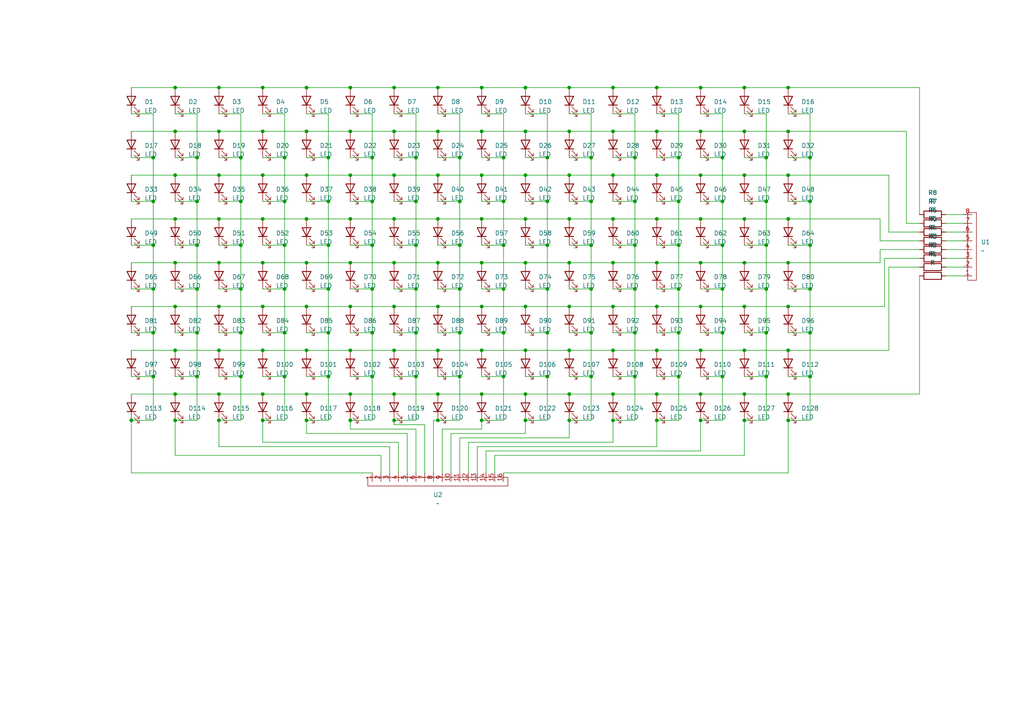
<source format=kicad_sch>
(kicad_sch (version 20250114) (generator "eeschema") (generator_version "9.0")
  (paper "A4")
  (junction (at 63.5 63.5))
  (junction (at 228.6 63.5))
  (junction (at 139.7 114.3))
  (junction (at 101.6 121.92))
  (junction (at 88.9 121.92))
  (junction (at 139.7 63.5))
  (junction (at 209.55 45.72))
  (junction (at 127 121.92))
  (junction (at 50.8 76.2))
  (junction (at 69.85 96.52))
  (junction (at 184.15 96.52))
  (junction (at 127 114.3))
  (junction (at 215.9 25.4))
  (junction (at 63.5 114.3))
  (junction (at 177.8 63.5))
  (junction (at 88.9 114.3))
  (junction (at 196.85 96.52))
  (junction (at 114.3 50.8))
  (junction (at 171.45 45.72))
  (junction (at 82.55 96.52))
  (junction (at 107.95 58.42))
  (junction (at 165.1 76.2))
  (junction (at 69.85 109.22))
  (junction (at 114.3 101.6))
  (junction (at 152.4 121.92))
  (junction (at 222.25 58.42))
  (junction (at 76.2 76.2))
  (junction (at 120.65 71.12))
  (junction (at 82.55 71.12))
  (junction (at 69.85 58.42))
  (junction (at 57.15 96.52))
  (junction (at 82.55 45.72))
  (junction (at 107.95 83.82))
  (junction (at 88.9 63.5))
  (junction (at 222.25 83.82))
  (junction (at 146.05 109.22))
  (junction (at 101.6 25.4))
  (junction (at 146.05 45.72))
  (junction (at 63.5 50.8))
  (junction (at 88.9 88.9))
  (junction (at 228.6 50.8))
  (junction (at 165.1 121.92))
  (junction (at 234.95 45.72))
  (junction (at 165.1 38.1))
  (junction (at 114.3 38.1))
  (junction (at 203.2 88.9))
  (junction (at 95.25 109.22))
  (junction (at 190.5 121.92))
  (junction (at 139.7 38.1))
  (junction (at 228.6 88.9))
  (junction (at 127 101.6))
  (junction (at 152.4 63.5))
  (junction (at 57.15 109.22))
  (junction (at 228.6 114.3))
  (junction (at 158.75 96.52))
  (junction (at 114.3 25.4))
  (junction (at 152.4 88.9))
  (junction (at 76.2 101.6))
  (junction (at 63.5 121.92))
  (junction (at 95.25 96.52))
  (junction (at 50.8 114.3))
  (junction (at 203.2 50.8))
  (junction (at 234.95 83.82))
  (junction (at 133.35 45.72))
  (junction (at 139.7 76.2))
  (junction (at 50.8 121.92))
  (junction (at 190.5 50.8))
  (junction (at 133.35 83.82))
  (junction (at 101.6 63.5))
  (junction (at 88.9 101.6))
  (junction (at 107.95 45.72))
  (junction (at 215.9 50.8))
  (junction (at 50.8 38.1))
  (junction (at 222.25 109.22))
  (junction (at 127 76.2))
  (junction (at 88.9 38.1))
  (junction (at 203.2 63.5))
  (junction (at 234.95 71.12))
  (junction (at 63.5 38.1))
  (junction (at 76.2 88.9))
  (junction (at 114.3 63.5))
  (junction (at 95.25 45.72))
  (junction (at 82.55 58.42))
  (junction (at 82.55 109.22))
  (junction (at 234.95 96.52))
  (junction (at 44.45 109.22))
  (junction (at 215.9 121.92))
  (junction (at 114.3 88.9))
  (junction (at 146.05 96.52))
  (junction (at 127 25.4))
  (junction (at 222.25 71.12))
  (junction (at 50.8 50.8))
  (junction (at 177.8 88.9))
  (junction (at 146.05 71.12))
  (junction (at 152.4 50.8))
  (junction (at 101.6 38.1))
  (junction (at 120.65 109.22))
  (junction (at 38.1 121.92))
  (junction (at 63.5 25.4))
  (junction (at 101.6 50.8))
  (junction (at 171.45 109.22))
  (junction (at 127 63.5))
  (junction (at 158.75 45.72))
  (junction (at 209.55 58.42))
  (junction (at 171.45 83.82))
  (junction (at 120.65 58.42))
  (junction (at 209.55 83.82))
  (junction (at 50.8 63.5))
  (junction (at 133.35 109.22))
  (junction (at 69.85 71.12))
  (junction (at 127 38.1))
  (junction (at 222.25 96.52))
  (junction (at 69.85 83.82))
  (junction (at 190.5 38.1))
  (junction (at 139.7 50.8))
  (junction (at 171.45 96.52))
  (junction (at 184.15 45.72))
  (junction (at 76.2 114.3))
  (junction (at 63.5 101.6))
  (junction (at 184.15 58.42))
  (junction (at 215.9 63.5))
  (junction (at 44.45 45.72))
  (junction (at 152.4 101.6))
  (junction (at 158.75 109.22))
  (junction (at 44.45 96.52))
  (junction (at 158.75 83.82))
  (junction (at 63.5 76.2))
  (junction (at 107.95 109.22))
  (junction (at 44.45 83.82))
  (junction (at 88.9 76.2))
  (junction (at 222.25 45.72))
  (junction (at 82.55 83.82))
  (junction (at 158.75 71.12))
  (junction (at 177.8 101.6))
  (junction (at 76.2 63.5))
  (junction (at 114.3 114.3))
  (junction (at 107.95 71.12))
  (junction (at 107.95 96.52))
  (junction (at 133.35 96.52))
  (junction (at 165.1 50.8))
  (junction (at 127 88.9))
  (junction (at 209.55 96.52))
  (junction (at 139.7 121.92))
  (junction (at 114.3 76.2))
  (junction (at 158.75 58.42))
  (junction (at 190.5 63.5))
  (junction (at 101.6 88.9))
  (junction (at 152.4 114.3))
  (junction (at 196.85 45.72))
  (junction (at 114.3 121.92))
  (junction (at 196.85 71.12))
  (junction (at 101.6 76.2))
  (junction (at 228.6 101.6))
  (junction (at 203.2 25.4))
  (junction (at 177.8 76.2))
  (junction (at 44.45 58.42))
  (junction (at 120.65 45.72))
  (junction (at 228.6 121.92))
  (junction (at 190.5 88.9))
  (junction (at 196.85 109.22))
  (junction (at 44.45 71.12))
  (junction (at 215.9 76.2))
  (junction (at 165.1 101.6))
  (junction (at 177.8 38.1))
  (junction (at 57.15 58.42))
  (junction (at 177.8 50.8))
  (junction (at 76.2 50.8))
  (junction (at 63.5 88.9))
  (junction (at 209.55 109.22))
  (junction (at 95.25 58.42))
  (junction (at 209.55 71.12))
  (junction (at 190.5 114.3))
  (junction (at 203.2 76.2))
  (junction (at 101.6 101.6))
  (junction (at 88.9 50.8))
  (junction (at 50.8 101.6))
  (junction (at 228.6 25.4))
  (junction (at 120.65 83.82))
  (junction (at 139.7 88.9))
  (junction (at 50.8 25.4))
  (junction (at 215.9 114.3))
  (junction (at 196.85 83.82))
  (junction (at 190.5 76.2))
  (junction (at 203.2 101.6))
  (junction (at 234.95 109.22))
  (junction (at 57.15 83.82))
  (junction (at 215.9 38.1))
  (junction (at 133.35 71.12))
  (junction (at 165.1 88.9))
  (junction (at 196.85 58.42))
  (junction (at 203.2 114.3))
  (junction (at 177.8 121.92))
  (junction (at 215.9 88.9))
  (junction (at 165.1 25.4))
  (junction (at 184.15 109.22))
  (junction (at 76.2 25.4))
  (junction (at 76.2 38.1))
  (junction (at 120.65 96.52))
  (junction (at 57.15 71.12))
  (junction (at 190.5 101.6))
  (junction (at 152.4 25.4))
  (junction (at 95.25 71.12))
  (junction (at 203.2 38.1))
  (junction (at 95.25 83.82))
  (junction (at 165.1 63.5))
  (junction (at 88.9 25.4))
  (junction (at 57.15 45.72))
  (junction (at 139.7 25.4))
  (junction (at 165.1 114.3))
  (junction (at 190.5 25.4))
  (junction (at 171.45 71.12))
  (junction (at 101.6 114.3))
  (junction (at 69.85 45.72))
  (junction (at 184.15 83.82))
  (junction (at 177.8 25.4))
  (junction (at 171.45 58.42))
  (junction (at 146.05 83.82))
  (junction (at 234.95 58.42))
  (junction (at 133.35 58.42))
  (junction (at 203.2 121.92))
  (junction (at 76.2 121.92))
  (junction (at 184.15 71.12))
  (junction (at 228.6 76.2))
  (junction (at 127 50.8))
  (junction (at 146.05 58.42))
  (junction (at 215.9 101.6))
  (junction (at 177.8 114.3))
  (junction (at 152.4 38.1))
  (junction (at 152.4 76.2))
  (junction (at 50.8 88.9))
  (junction (at 228.6 38.1))
  (junction (at 139.7 101.6))
  (wire (pts (xy 165.1 88.9) (xy 177.8 88.9)))
  (wire (pts (xy 76.2 38.1) (xy 88.9 38.1)))
  (wire (pts (xy 63.5 76.2) (xy 76.2 76.2)))
  (wire (pts (xy 69.85 58.42) (xy 63.5 58.42)))
  (wire (pts (xy 190.5 33.02) (xy 196.85 33.02)))
  (wire (pts (xy 88.9 109.22) (xy 95.25 109.22)))
  (wire (pts (xy 234.95 71.12) (xy 234.95 83.82)))
  (wire (pts (xy 88.9 38.1) (xy 101.6 38.1)))
  (wire (pts (xy 190.5 114.3) (xy 203.2 114.3)))
  (wire (pts (xy 222.25 83.82) (xy 215.9 83.82)))
  (wire (pts (xy 127 38.1) (xy 139.7 38.1)))
  (wire (pts (xy 203.2 101.6) (xy 215.9 101.6)))
  (wire (pts (xy 95.25 33.02) (xy 95.25 45.72)))
  (wire (pts (xy 184.15 58.42) (xy 184.15 71.12)))
  (wire (pts (xy 143.51 137.16) (xy 143.51 132.08)))
  (wire (pts (xy 38.1 96.52) (xy 44.45 96.52)))
  (wire (pts (xy 82.55 33.02) (xy 82.55 45.72)))
  (wire (pts (xy 101.6 114.3) (xy 114.3 114.3)))
  (wire (pts (xy 234.95 121.92) (xy 228.6 121.92)))
  (wire (pts (xy 88.9 125.73) (xy 88.9 121.92)))
  (wire (pts (xy 38.1 38.1) (xy 50.8 38.1)))
  (wire (pts (xy 114.3 96.52) (xy 120.65 96.52)))
  (wire (pts (xy 127 114.3) (xy 139.7 114.3)))
  (wire (pts (xy 222.25 121.92) (xy 215.9 121.92)))
  (wire (pts (xy 120.65 58.42) (xy 114.3 58.42)))
  (wire (pts (xy 101.6 25.4) (xy 114.3 25.4)))
  (wire (pts (xy 133.35 71.12) (xy 127 71.12)))
  (wire (pts (xy 133.35 58.42) (xy 127 58.42)))
  (wire (pts (xy 63.5 50.8) (xy 76.2 50.8)))
  (wire (pts (xy 146.05 83.82) (xy 139.7 83.82)))
  (wire (pts (xy 203.2 33.02) (xy 209.55 33.02)))
  (wire (pts (xy 171.45 45.72) (xy 165.1 45.72)))
  (wire (pts (xy 114.3 33.02) (xy 120.65 33.02)))
  (wire (pts (xy 171.45 121.92) (xy 165.1 121.92)))
  (wire (pts (xy 152.4 33.02) (xy 158.75 33.02)))
  (wire (pts (xy 215.9 114.3) (xy 228.6 114.3)))
  (wire (pts (xy 177.8 101.6) (xy 190.5 101.6)))
  (wire (pts (xy 215.9 63.5) (xy 228.6 63.5)))
  (wire (pts (xy 113.03 137.16) (xy 113.03 129.54)))
  (wire (pts (xy 107.95 58.42) (xy 107.95 71.12)))
  (wire (pts (xy 177.8 33.02) (xy 184.15 33.02)))
  (wire (pts (xy 95.25 71.12) (xy 95.25 83.82)))
  (wire (pts (xy 69.85 96.52) (xy 69.85 109.22)))
  (wire (pts (xy 274.32 74.93) (xy 279.4 74.93)))
  (wire (pts (xy 38.1 121.92) (xy 38.1 137.16)))
  (wire (pts (xy 69.85 83.82) (xy 63.5 83.82)))
  (wire (pts (xy 88.9 50.8) (xy 101.6 50.8)))
  (wire (pts (xy 257.81 77.47) (xy 257.81 101.6)))
  (wire (pts (xy 158.75 33.02) (xy 158.75 45.72)))
  (wire (pts (xy 50.8 132.08) (xy 110.49 132.08)))
  (wire (pts (xy 203.2 63.5) (xy 215.9 63.5)))
  (wire (pts (xy 120.65 58.42) (xy 120.65 71.12)))
  (wire (pts (xy 274.32 80.01) (xy 279.4 80.01)))
  (wire (pts (xy 209.55 83.82) (xy 203.2 83.82)))
  (wire (pts (xy 133.35 33.02) (xy 133.35 45.72)))
  (wire (pts (xy 50.8 121.92) (xy 50.8 132.08)))
  (wire (pts (xy 222.25 33.02) (xy 222.25 45.72)))
  (wire (pts (xy 133.35 121.92) (xy 127 121.92)))
  (wire (pts (xy 114.3 101.6) (xy 127 101.6)))
  (wire (pts (xy 257.81 50.8) (xy 228.6 50.8)))
  (wire (pts (xy 44.45 58.42) (xy 38.1 58.42)))
  (wire (pts (xy 114.3 123.19) (xy 114.3 121.92)))
  (wire (pts (xy 95.25 45.72) (xy 88.9 45.72)))
  (wire (pts (xy 125.73 121.92) (xy 127 121.92)))
  (wire (pts (xy 128.27 124.46) (xy 139.7 124.46)))
  (wire (pts (xy 139.7 76.2) (xy 152.4 76.2)))
  (wire (pts (xy 133.35 83.82) (xy 133.35 96.52)))
  (wire (pts (xy 196.85 83.82) (xy 196.85 96.52)))
  (wire (pts (xy 88.9 96.52) (xy 95.25 96.52)))
  (wire (pts (xy 38.1 50.8) (xy 50.8 50.8)))
  (wire (pts (xy 95.25 83.82) (xy 88.9 83.82)))
  (wire (pts (xy 57.15 83.82) (xy 50.8 83.82)))
  (wire (pts (xy 127 33.02) (xy 133.35 33.02)))
  (wire (pts (xy 107.95 45.72) (xy 107.95 58.42)))
  (wire (pts (xy 143.51 132.08) (xy 215.9 132.08)))
  (wire (pts (xy 95.25 45.72) (xy 95.25 58.42)))
  (wire (pts (xy 234.95 58.42) (xy 228.6 58.42)))
  (wire (pts (xy 139.7 33.02) (xy 146.05 33.02)))
  (wire (pts (xy 209.55 45.72) (xy 209.55 58.42)))
  (wire (pts (xy 140.97 137.16) (xy 140.97 130.81)))
  (wire (pts (xy 63.5 101.6) (xy 76.2 101.6)))
  (wire (pts (xy 146.05 71.12) (xy 139.7 71.12)))
  (wire (pts (xy 101.6 124.46) (xy 101.6 121.92)))
  (wire (pts (xy 158.75 109.22) (xy 158.75 121.92)))
  (wire (pts (xy 234.95 83.82) (xy 228.6 83.82)))
  (wire (pts (xy 203.2 50.8) (xy 215.9 50.8)))
  (wire (pts (xy 44.45 109.22) (xy 44.45 121.92)))
  (wire (pts (xy 88.9 88.9) (xy 101.6 88.9)))
  (wire (pts (xy 50.8 101.6) (xy 63.5 101.6)))
  (wire (pts (xy 177.8 128.27) (xy 177.8 121.92)))
  (wire (pts (xy 177.8 76.2) (xy 190.5 76.2)))
  (wire (pts (xy 95.25 58.42) (xy 88.9 58.42)))
  (wire (pts (xy 82.55 58.42) (xy 82.55 71.12)))
  (wire (pts (xy 38.1 137.16) (xy 107.95 137.16)))
  (wire (pts (xy 209.55 45.72) (xy 203.2 45.72)))
  (wire (pts (xy 165.1 38.1) (xy 177.8 38.1)))
  (wire (pts (xy 165.1 50.8) (xy 177.8 50.8)))
  (wire (pts (xy 222.25 45.72) (xy 222.25 58.42)))
  (wire (pts (xy 158.75 58.42) (xy 158.75 71.12)))
  (wire (pts (xy 120.65 45.72) (xy 120.65 58.42)))
  (wire (pts (xy 196.85 45.72) (xy 190.5 45.72)))
  (wire (pts (xy 127 50.8) (xy 139.7 50.8)))
  (wire (pts (xy 222.25 58.42) (xy 222.25 71.12)))
  (wire (pts (xy 44.45 83.82) (xy 44.45 96.52)))
  (wire (pts (xy 138.43 129.54) (xy 190.5 129.54)))
  (wire (pts (xy 127 88.9) (xy 139.7 88.9)))
  (wire (pts (xy 44.45 58.42) (xy 44.45 71.12)))
  (wire (pts (xy 139.7 63.5) (xy 152.4 63.5)))
  (wire (pts (xy 234.95 33.02) (xy 234.95 45.72)))
  (wire (pts (xy 139.7 96.52) (xy 146.05 96.52)))
  (wire (pts (xy 114.3 76.2) (xy 127 76.2)))
  (wire (pts (xy 44.45 45.72) (xy 44.45 58.42)))
  (wire (pts (xy 82.55 71.12) (xy 76.2 71.12)))
  (wire (pts (xy 95.25 96.52) (xy 95.25 109.22)))
  (wire (pts (xy 38.1 114.3) (xy 50.8 114.3)))
  (wire (pts (xy 76.2 88.9) (xy 88.9 88.9)))
  (wire (pts (xy 82.55 109.22) (xy 82.55 121.92)))
  (wire (pts (xy 114.3 63.5) (xy 127 63.5)))
  (wire (pts (xy 165.1 109.22) (xy 171.45 109.22)))
  (wire (pts (xy 57.15 71.12) (xy 50.8 71.12)))
  (wire (pts (xy 274.32 72.39) (xy 279.4 72.39)))
  (wire (pts (xy 257.81 67.31) (xy 257.81 50.8)))
  (wire (pts (xy 184.15 33.02) (xy 184.15 45.72)))
  (wire (pts (xy 44.45 96.52) (xy 44.45 109.22)))
  (wire (pts (xy 127 101.6) (xy 139.7 101.6)))
  (wire (pts (xy 255.27 63.5) (xy 228.6 63.5)))
  (wire (pts (xy 146.05 45.72) (xy 146.05 58.42)))
  (wire (pts (xy 38.1 76.2) (xy 50.8 76.2)))
  (wire (pts (xy 120.65 71.12) (xy 114.3 71.12)))
  (wire (pts (xy 165.1 96.52) (xy 171.45 96.52)))
  (wire (pts (xy 38.1 63.5) (xy 50.8 63.5)))
  (wire (pts (xy 57.15 109.22) (xy 57.15 121.92)))
  (wire (pts (xy 184.15 45.72) (xy 184.15 58.42)))
  (wire (pts (xy 57.15 33.02) (xy 57.15 45.72)))
  (wire (pts (xy 196.85 71.12) (xy 190.5 71.12)))
  (wire (pts (xy 234.95 109.22) (xy 234.95 121.92)))
  (wire (pts (xy 184.15 45.72) (xy 177.8 45.72)))
  (wire (pts (xy 101.6 101.6) (xy 114.3 101.6)))
  (wire (pts (xy 266.7 67.31) (xy 257.81 67.31)))
  (wire (pts (xy 44.45 71.12) (xy 38.1 71.12)))
  (wire (pts (xy 152.4 25.4) (xy 165.1 25.4)))
  (wire (pts (xy 184.15 71.12) (xy 184.15 83.82)))
  (wire (pts (xy 203.2 114.3) (xy 215.9 114.3)))
  (wire (pts (xy 82.55 58.42) (xy 76.2 58.42)))
  (wire (pts (xy 152.4 63.5) (xy 165.1 63.5)))
  (wire (pts (xy 165.1 101.6) (xy 177.8 101.6)))
  (wire (pts (xy 38.1 109.22) (xy 44.45 109.22)))
  (wire (pts (xy 63.5 129.54) (xy 63.5 121.92)))
  (wire (pts (xy 107.95 45.72) (xy 101.6 45.72)))
  (wire (pts (xy 107.95 121.92) (xy 101.6 121.92)))
  (wire (pts (xy 215.9 33.02) (xy 222.25 33.02)))
  (wire (pts (xy 69.85 33.02) (xy 69.85 45.72)))
  (wire (pts (xy 274.32 62.23) (xy 279.4 62.23)))
  (wire (pts (xy 146.05 83.82) (xy 146.05 96.52)))
  (wire (pts (xy 82.55 45.72) (xy 76.2 45.72)))
  (wire (pts (xy 107.95 33.02) (xy 107.95 45.72)))
  (wire (pts (xy 266.7 114.3) (xy 228.6 114.3)))
  (wire (pts (xy 171.45 45.72) (xy 171.45 58.42)))
  (wire (pts (xy 107.95 96.52) (xy 107.95 109.22)))
  (wire (pts (xy 69.85 71.12) (xy 63.5 71.12)))
  (wire (pts (xy 82.55 83.82) (xy 76.2 83.82)))
  (wire (pts (xy 138.43 137.16) (xy 138.43 129.54)))
  (wire (pts (xy 57.15 71.12) (xy 57.15 83.82)))
  (wire (pts (xy 196.85 58.42) (xy 196.85 71.12)))
  (wire (pts (xy 222.25 83.82) (xy 222.25 96.52)))
  (wire (pts (xy 133.35 71.12) (xy 133.35 83.82)))
  (wire (pts (xy 133.35 96.52) (xy 133.35 109.22)))
  (wire (pts (xy 114.3 88.9) (xy 127 88.9)))
  (wire (pts (xy 57.15 45.72) (xy 57.15 58.42)))
  (wire (pts (xy 107.95 83.82) (xy 101.6 83.82)))
  (wire (pts (xy 234.95 71.12) (xy 228.6 71.12)))
  (wire (pts (xy 135.89 128.27) (xy 177.8 128.27)))
  (wire (pts (xy 82.55 45.72) (xy 82.55 58.42)))
  (wire (pts (xy 196.85 33.02) (xy 196.85 45.72)))
  (wire (pts (xy 165.1 63.5) (xy 177.8 63.5)))
  (wire (pts (xy 63.5 38.1) (xy 76.2 38.1)))
  (wire (pts (xy 88.9 33.02) (xy 95.25 33.02)))
  (wire (pts (xy 165.1 127) (xy 165.1 121.92)))
  (wire (pts (xy 133.35 45.72) (xy 127 45.72)))
  (wire (pts (xy 146.05 96.52) (xy 146.05 109.22)))
  (wire (pts (xy 44.45 121.92) (xy 38.1 121.92)))
  (wire (pts (xy 196.85 58.42) (xy 190.5 58.42)))
  (wire (pts (xy 190.5 129.54) (xy 190.5 121.92)))
  (wire (pts (xy 209.55 83.82) (xy 209.55 96.52)))
  (wire (pts (xy 171.45 109.22) (xy 171.45 121.92)))
  (wire (pts (xy 120.65 33.02) (xy 120.65 45.72)))
  (wire (pts (xy 266.7 72.39) (xy 255.27 72.39)))
  (wire (pts (xy 44.45 33.02) (xy 44.45 45.72)))
  (wire (pts (xy 88.9 101.6) (xy 101.6 101.6)))
  (wire (pts (xy 222.25 71.12) (xy 222.25 83.82)))
  (wire (pts (xy 196.85 45.72) (xy 196.85 58.42)))
  (wire (pts (xy 146.05 58.42) (xy 139.7 58.42)))
  (wire (pts (xy 171.45 58.42) (xy 171.45 71.12)))
  (wire (pts (xy 222.25 45.72) (xy 215.9 45.72)))
  (wire (pts (xy 123.19 137.16) (xy 123.19 123.19)))
  (wire (pts (xy 262.89 64.77) (xy 262.89 38.1)))
  (wire (pts (xy 107.95 109.22) (xy 107.95 121.92)))
  (wire (pts (xy 50.8 63.5) (xy 63.5 63.5)))
  (wire (pts (xy 115.57 128.27) (xy 76.2 128.27)))
  (wire (pts (xy 50.8 38.1) (xy 63.5 38.1)))
  (wire (pts (xy 215.9 88.9) (xy 228.6 88.9)))
  (wire (pts (xy 50.8 76.2) (xy 63.5 76.2)))
  (wire (pts (xy 146.05 121.92) (xy 139.7 121.92)))
  (wire (pts (xy 114.3 114.3) (xy 127 114.3)))
  (wire (pts (xy 120.65 121.92) (xy 114.3 121.92)))
  (wire (pts (xy 266.7 77.47) (xy 257.81 77.47)))
  (wire (pts (xy 158.75 58.42) (xy 152.4 58.42)))
  (wire (pts (xy 88.9 25.4) (xy 101.6 25.4)))
  (wire (pts (xy 165.1 25.4) (xy 177.8 25.4)))
  (wire (pts (xy 209.55 71.12) (xy 209.55 83.82)))
  (wire (pts (xy 133.35 45.72) (xy 133.35 58.42)))
  (wire (pts (xy 63.5 25.4) (xy 76.2 25.4)))
  (wire (pts (xy 120.65 137.16) (xy 120.65 124.46)))
  (wire (pts (xy 101.6 33.02) (xy 107.95 33.02)))
  (wire (pts (xy 69.85 45.72) (xy 63.5 45.72)))
  (wire (pts (xy 177.8 96.52) (xy 184.15 96.52)))
  (wire (pts (xy 209.55 33.02) (xy 209.55 45.72)))
  (wire (pts (xy 177.8 50.8) (xy 190.5 50.8)))
  (wire (pts (xy 228.6 25.4) (xy 266.7 25.4)))
  (wire (pts (xy 76.2 128.27) (xy 76.2 121.92)))
  (wire (pts (xy 139.7 124.46) (xy 139.7 121.92)))
  (wire (pts (xy 171.45 83.82) (xy 171.45 96.52)))
  (wire (pts (xy 130.81 125.73) (xy 152.4 125.73)))
  (wire (pts (xy 76.2 109.22) (xy 82.55 109.22)))
  (wire (pts (xy 127 25.4) (xy 139.7 25.4)))
  (wire (pts (xy 110.49 132.08) (xy 110.49 137.16)))
  (wire (pts (xy 158.75 83.82) (xy 158.75 96.52)))
  (wire (pts (xy 196.85 109.22) (xy 196.85 121.92)))
  (wire (pts (xy 120.65 96.52) (xy 120.65 109.22)))
  (wire (pts (xy 107.95 83.82) (xy 107.95 96.52)))
  (wire (pts (xy 158.75 71.12) (xy 158.75 83.82)))
  (wire (pts (xy 57.15 58.42) (xy 57.15 71.12)))
  (wire (pts (xy 69.85 83.82) (xy 69.85 96.52)))
  (wire (pts (xy 139.7 101.6) (xy 152.4 101.6)))
  (wire (pts (xy 125.73 137.16) (xy 125.73 121.92)))
  (wire (pts (xy 152.4 109.22) (xy 158.75 109.22)))
  (wire (pts (xy 234.95 96.52) (xy 234.95 109.22)))
  (wire (pts (xy 120.65 71.12) (xy 120.65 83.82)))
  (wire (pts (xy 165.1 114.3) (xy 177.8 114.3)))
  (wire (pts (xy 139.7 114.3) (xy 152.4 114.3)))
  (wire (pts (xy 115.57 137.16) (xy 115.57 128.27)))
  (wire (pts (xy 76.2 114.3) (xy 88.9 114.3)))
  (wire (pts (xy 184.15 58.42) (xy 177.8 58.42)))
  (wire (pts (xy 266.7 69.85) (xy 255.27 69.85)))
  (wire (pts (xy 266.7 25.4) (xy 266.7 62.23)))
  (wire (pts (xy 165.1 33.02) (xy 171.45 33.02)))
  (wire (pts (xy 274.32 67.31) (xy 279.4 67.31)))
  (wire (pts (xy 82.55 121.92) (xy 76.2 121.92)))
  (wire (pts (xy 120.65 109.22) (xy 120.65 121.92)))
  (wire (pts (xy 50.8 25.4) (xy 63.5 25.4)))
  (wire (pts (xy 123.19 123.19) (xy 114.3 123.19)))
  (wire (pts (xy 177.8 114.3) (xy 190.5 114.3)))
  (wire (pts (xy 234.95 45.72) (xy 234.95 58.42)))
  (wire (pts (xy 234.95 83.82) (xy 234.95 96.52)))
  (wire (pts (xy 118.11 137.16) (xy 118.11 125.73)))
  (wire (pts (xy 274.32 69.85) (xy 279.4 69.85)))
  (wire (pts (xy 152.4 50.8) (xy 165.1 50.8)))
  (wire (pts (xy 190.5 101.6) (xy 203.2 101.6)))
  (wire (pts (xy 209.55 121.92) (xy 203.2 121.92)))
  (wire (pts (xy 228.6 109.22) (xy 234.95 109.22)))
  (wire (pts (xy 222.25 58.42) (xy 215.9 58.42)))
  (wire (pts (xy 171.45 71.12) (xy 165.1 71.12)))
  (wire (pts (xy 139.7 88.9) (xy 152.4 88.9)))
  (wire (pts (xy 203.2 76.2) (xy 215.9 76.2)))
  (wire (pts (xy 120.65 83.82) (xy 114.3 83.82)))
  (wire (pts (xy 133.35 58.42) (xy 133.35 71.12)))
  (wire (pts (xy 184.15 71.12) (xy 177.8 71.12)))
  (wire (pts (xy 139.7 50.8) (xy 152.4 50.8)))
  (wire (pts (xy 184.15 109.22) (xy 184.15 121.92)))
  (wire (pts (xy 50.8 33.02) (xy 57.15 33.02)))
  (wire (pts (xy 133.35 127) (xy 165.1 127)))
  (wire (pts (xy 158.75 83.82) (xy 152.4 83.82)))
  (wire (pts (xy 196.85 71.12) (xy 196.85 83.82)))
  (wire (pts (xy 266.7 64.77) (xy 262.89 64.77)))
  (wire (pts (xy 177.8 109.22) (xy 184.15 109.22)))
  (wire (pts (xy 101.6 109.22) (xy 107.95 109.22)))
  (wire (pts (xy 107.95 58.42) (xy 101.6 58.42)))
  (wire (pts (xy 274.32 64.77) (xy 279.4 64.77)))
  (wire (pts (xy 76.2 63.5) (xy 88.9 63.5)))
  (wire (pts (xy 209.55 58.42) (xy 209.55 71.12)))
  (wire (pts (xy 101.6 88.9) (xy 114.3 88.9)))
  (wire (pts (xy 107.95 71.12) (xy 101.6 71.12)))
  (wire (pts (xy 133.35 137.16) (xy 133.35 127)))
  (wire (pts (xy 184.15 96.52) (xy 184.15 109.22)))
  (wire (pts (xy 146.05 71.12) (xy 146.05 83.82)))
  (wire (pts (xy 266.7 80.01) (xy 266.7 114.3)))
  (wire (pts (xy 76.2 76.2) (xy 88.9 76.2)))
  (wire (pts (xy 95.25 58.42) (xy 95.25 71.12)))
  (wire (pts (xy 69.85 71.12) (xy 69.85 83.82)))
  (wire (pts (xy 152.4 38.1) (xy 165.1 38.1)))
  (wire (pts (xy 82.55 83.82) (xy 82.55 96.52)))
  (wire (pts (xy 63.5 96.52) (xy 69.85 96.52)))
  (wire (pts (xy 95.25 109.22) (xy 95.25 121.92)))
  (wire (pts (xy 215.9 96.52) (xy 222.25 96.52)))
  (wire (pts (xy 255.27 72.39) (xy 255.27 76.2)))
  (wire (pts (xy 69.85 45.72) (xy 69.85 58.42)))
  (wire (pts (xy 127 63.5) (xy 139.7 63.5)))
  (wire (pts (xy 171.45 33.02) (xy 171.45 45.72)))
  (wire (pts (xy 114.3 109.22) (xy 120.65 109.22)))
  (wire (pts (xy 255.27 76.2) (xy 228.6 76.2)))
  (wire (pts (xy 88.9 63.5) (xy 101.6 63.5)))
  (wire (pts (xy 88.9 76.2) (xy 101.6 76.2)))
  (wire (pts (xy 209.55 109.22) (xy 209.55 121.92)))
  (wire (pts (xy 146.05 137.16) (xy 228.6 137.16)))
  (wire (pts (xy 152.4 114.3) (xy 165.1 114.3)))
  (wire (pts (xy 57.15 45.72) (xy 50.8 45.72)))
  (wire (pts (xy 257.81 101.6) (xy 228.6 101.6)))
  (wire (pts (xy 38.1 25.4) (xy 50.8 25.4)))
  (wire (pts (xy 63.5 33.02) (xy 69.85 33.02)))
  (wire (pts (xy 139.7 109.22) (xy 146.05 109.22)))
  (wire (pts (xy 190.5 25.4) (xy 203.2 25.4)))
  (wire (pts (xy 44.45 71.12) (xy 44.45 83.82)))
  (wire (pts (xy 57.15 83.82) (xy 57.15 96.52)))
  (wire (pts (xy 203.2 88.9) (xy 215.9 88.9)))
  (wire (pts (xy 196.85 96.52) (xy 196.85 109.22)))
  (wire (pts (xy 113.03 129.54) (xy 63.5 129.54)))
  (wire (pts (xy 196.85 121.92) (xy 190.5 121.92)))
  (wire (pts (xy 69.85 121.92) (xy 63.5 121.92)))
  (wire (pts (xy 120.65 124.46) (xy 101.6 124.46)))
  (wire (pts (xy 171.45 71.12) (xy 171.45 83.82)))
  (wire (pts (xy 135.89 137.16) (xy 135.89 128.27)))
  (wire (pts (xy 76.2 101.6) (xy 88.9 101.6)))
  (wire (pts (xy 82.55 71.12) (xy 82.55 83.82)))
  (wire (pts (xy 82.55 96.52) (xy 82.55 109.22)))
  (wire (pts (xy 38.1 101.6) (xy 50.8 101.6)))
  (wire (pts (xy 152.4 125.73) (xy 152.4 121.92)))
  (wire (pts (xy 203.2 96.52) (xy 209.55 96.52)))
  (wire (pts (xy 127 76.2) (xy 139.7 76.2)))
  (wire (pts (xy 158.75 96.52) (xy 158.75 109.22)))
  (wire (pts (xy 203.2 38.1) (xy 215.9 38.1)))
  (wire (pts (xy 44.45 45.72) (xy 38.1 45.72)))
  (wire (pts (xy 101.6 76.2) (xy 114.3 76.2)))
  (wire (pts (xy 196.85 83.82) (xy 190.5 83.82)))
  (wire (pts (xy 228.6 96.52) (xy 234.95 96.52)))
  (wire (pts (xy 177.8 38.1) (xy 190.5 38.1)))
  (wire (pts (xy 158.75 45.72) (xy 152.4 45.72)))
  (wire (pts (xy 177.8 63.5) (xy 190.5 63.5)))
  (wire (pts (xy 50.8 96.52) (xy 57.15 96.52)))
  (wire (pts (xy 215.9 101.6) (xy 228.6 101.6)))
  (wire (pts (xy 139.7 38.1) (xy 152.4 38.1)))
  (wire (pts (xy 215.9 25.4) (xy 228.6 25.4)))
  (wire (pts (xy 101.6 50.8) (xy 114.3 50.8)))
  (wire (pts (xy 165.1 76.2) (xy 177.8 76.2)))
  (wire (pts (xy 228.6 33.02) (xy 234.95 33.02)))
  (wire (pts (xy 215.9 50.8) (xy 228.6 50.8)))
  (wire (pts (xy 203.2 109.22) (xy 209.55 109.22)))
  (wire (pts (xy 256.54 74.93) (xy 256.54 88.9)))
  (wire (pts (xy 203.2 130.81) (xy 203.2 121.92)))
  (wire (pts (xy 95.25 71.12) (xy 88.9 71.12)))
  (wire (pts (xy 69.85 109.22) (xy 69.85 121.92)))
  (wire (pts (xy 63.5 63.5) (xy 76.2 63.5)))
  (wire (pts (xy 38.1 88.9) (xy 50.8 88.9)))
  (wire (pts (xy 184.15 121.92) (xy 177.8 121.92)))
  (wire (pts (xy 44.45 83.82) (xy 38.1 83.82)))
  (wire (pts (xy 114.3 25.4) (xy 127 25.4)))
  (wire (pts (xy 190.5 50.8) (xy 203.2 50.8)))
  (wire (pts (xy 76.2 50.8) (xy 88.9 50.8)))
  (wire (pts (xy 190.5 76.2) (xy 203.2 76.2)))
  (wire (pts (xy 57.15 121.92) (xy 50.8 121.92)))
  (wire (pts (xy 101.6 38.1) (xy 114.3 38.1)))
  (wire (pts (xy 130.81 137.16) (xy 130.81 125.73)))
  (wire (pts (xy 114.3 50.8) (xy 127 50.8)))
  (wire (pts (xy 171.45 83.82) (xy 165.1 83.82)))
  (wire (pts (xy 146.05 109.22) (xy 146.05 121.92)))
  (wire (pts (xy 63.5 109.22) (xy 69.85 109.22)))
  (wire (pts (xy 158.75 121.92) (xy 152.4 121.92)))
  (wire (pts (xy 171.45 96.52) (xy 171.45 109.22)))
  (wire (pts (xy 158.75 71.12) (xy 152.4 71.12)))
  (wire (pts (xy 274.32 77.47) (xy 279.4 77.47)))
  (wire (pts (xy 152.4 76.2) (xy 165.1 76.2)))
  (wire (pts (xy 101.6 96.52) (xy 107.95 96.52)))
  (wire (pts (xy 215.9 38.1) (xy 228.6 38.1)))
  (wire (pts (xy 76.2 33.02) (xy 82.55 33.02)))
  (wire (pts (xy 127 109.22) (xy 133.35 109.22)))
  (wire (pts (xy 63.5 88.9) (xy 76.2 88.9)))
  (wire (pts (xy 127 96.52) (xy 133.35 96.52)))
  (wire (pts (xy 209.55 71.12) (xy 203.2 71.12)))
  (wire (pts (xy 57.15 58.42) (xy 50.8 58.42)))
  (wire (pts (xy 146.05 33.02) (xy 146.05 45.72)))
  (wire (pts (xy 76.2 96.52) (xy 82.55 96.52)))
  (wire (pts (xy 146.05 58.42) (xy 146.05 71.12)))
  (wire (pts (xy 76.2 25.4) (xy 88.9 25.4)))
  (wire (pts (xy 133.35 83.82) (xy 127 83.82)))
  (wire (pts (xy 209.55 96.52) (xy 209.55 109.22)))
  (wire (pts (xy 50.8 50.8) (xy 63.5 50.8)))
  (wire (pts (xy 63.5 114.3) (xy 76.2 114.3)))
  (wire (pts (xy 190.5 96.52) (xy 196.85 96.52)))
  (wire (pts (xy 158.75 45.72) (xy 158.75 58.42)))
  (wire (pts (xy 222.25 71.12) (xy 215.9 71.12)))
  (wire (pts (xy 120.65 83.82) (xy 120.65 96.52)))
  (wire (pts (xy 95.25 83.82) (xy 95.25 96.52)))
  (wire (pts (xy 177.8 25.4) (xy 190.5 25.4)))
  (wire (pts (xy 266.7 74.93) (xy 256.54 74.93)))
  (wire (pts (xy 38.1 33.02) (xy 44.45 33.02)))
  (wire (pts (xy 107.95 71.12) (xy 107.95 83.82)))
  (wire (pts (xy 152.4 96.52) (xy 158.75 96.52)))
  (wire (pts (xy 69.85 58.42) (xy 69.85 71.12)))
  (wire (pts (xy 222.25 109.22) (xy 222.25 121.92)))
  (wire (pts (xy 118.11 125.73) (xy 88.9 125.73)))
  (wire (pts (xy 190.5 88.9) (xy 203.2 88.9)))
  (wire (pts (xy 50.8 88.9) (xy 63.5 88.9)))
  (wire (pts (xy 152.4 101.6) (xy 165.1 101.6)))
  (wire (pts (xy 139.7 25.4) (xy 152.4 25.4)))
  (wire (pts (xy 255.27 69.85) (xy 255.27 63.5)))
  (wire (pts (xy 234.95 45.72) (xy 228.6 45.72)))
  (wire (pts (xy 190.5 38.1) (xy 203.2 38.1)))
  (wire (pts (xy 57.15 96.52) (xy 57.15 109.22)))
  (wire (pts (xy 146.05 45.72) (xy 139.7 45.72)))
  (wire (pts (xy 209.55 58.42) (xy 203.2 58.42)))
  (wire (pts (xy 50.8 109.22) (xy 57.15 109.22)))
  (wire (pts (xy 215.9 109.22) (xy 222.25 109.22)))
  (wire (pts (xy 101.6 63.5) (xy 114.3 63.5)))
  (wire (pts (xy 88.9 114.3) (xy 101.6 114.3)))
  (wire (pts (xy 120.65 45.72) (xy 114.3 45.72)))
  (wire (pts (xy 234.95 58.42) (xy 234.95 71.12)))
  (wire (pts (xy 184.15 83.82) (xy 184.15 96.52)))
  (wire (pts (xy 256.54 88.9) (xy 228.6 88.9)))
  (wire (pts (xy 215.9 132.08) (xy 215.9 121.92)))
  (wire (pts (xy 152.4 88.9) (xy 165.1 88.9)))
  (wire (pts (xy 222.25 96.52) (xy 222.25 109.22)))
  (wire (pts (xy 262.89 38.1) (xy 228.6 38.1)))
  (wire (pts (xy 114.3 38.1) (xy 127 38.1)))
  (wire (pts (xy 215.9 76.2) (xy 228.6 76.2)))
  (wire (pts (xy 203.2 25.4) (xy 215.9 25.4)))
  (wire (pts (xy 177.8 88.9) (xy 190.5 88.9)))
  (wire (pts (xy 50.8 114.3) (xy 63.5 114.3)))
  (wire (pts (xy 95.25 121.92) (xy 88.9 121.92)))
  (wire (pts (xy 190.5 63.5) (xy 203.2 63.5)))
  (wire (pts (xy 171.45 58.42) (xy 165.1 58.42)))
  (wire (pts (xy 184.15 83.82) (xy 177.8 83.82)))
  (wire (pts (xy 140.97 130.81) (xy 203.2 130.81)))
  (wire (pts (xy 133.35 109.22) (xy 133.35 121.92)))
  (wire (pts (xy 228.6 137.16) (xy 228.6 121.92)))
  (wire (pts (xy 190.5 109.22) (xy 196.85 109.22)))
  (wire (pts (xy 128.27 137.16) (xy 128.27 124.46)))
  (symbol (lib_id "Device:R") (at 270.51 72.39 90) (unit 1)
    (property "Reference" "R4" (at 270.51 66.04 90))
    (property "Value" "R" (at 270.51 68.58 90))
    (property "Footprint" "Resistor_THT:R_Axial_DIN0207_L6.3mm_D2.5mm_P10.16mm_Horizontal" (effects (hide yes)))
    (property "Description" "Resistor" (effects (hide yes)))
  )
  (symbol (lib_id "Device:LED") (at 127 41.91 90) (unit 1)
    (property "Reference" "D24" (at 130.81 42.2274 90) (effects (justify right)))
    (property "Value" "LED" (at 130.81 44.7674 90) (effects (justify right)))
    (property "Footprint" "PROJECT_FOOTPRINTS:LED_0805_2012Metric_45" (effects (hide yes)))
    (property "Description" "Light emitting diode" (effects (hide yes)))
    (property "Sim.Pins" "1=K 2=A" (effects (hide yes)))
  )
  (symbol (lib_id "Device:LED") (at 203.2 29.21 90) (unit 1)
    (property "Reference" "D14" (at 207.01 29.5274 90) (effects (justify right)))
    (property "Value" "LED" (at 207.01 32.0674 90) (effects (justify right)))
    (property "Footprint" "PROJECT_FOOTPRINTS:LED_0805_2012Metric_45" (effects (hide yes)))
    (property "Description" "Light emitting diode" (effects (hide yes)))
    (property "Sim.Pins" "1=K 2=A" (effects (hide yes)))
  )
  (symbol (lib_id "Device:LED") (at 88.9 105.41 90) (unit 1)
    (property "Reference" "D101" (at 92.71 105.7274 90) (effects (justify right)))
    (property "Value" "LED" (at 92.71 108.2674 90) (effects (justify right)))
    (property "Footprint" "PROJECT_FOOTPRINTS:LED_0805_2012Metric_45" (effects (hide yes)))
    (property "Description" "Light emitting diode" (effects (hide yes)))
    (property "Sim.Pins" "1=K 2=A" (effects (hide yes)))
  )
  (symbol (lib_id "Device:LED") (at 215.9 67.31 90) (unit 1)
    (property "Reference" "D63" (at 219.71 67.6274 90) (effects (justify right)))
    (property "Value" "LED" (at 219.71 70.1674 90) (effects (justify right)))
    (property "Footprint" "PROJECT_FOOTPRINTS:LED_0805_2012Metric_45" (effects (hide yes)))
    (property "Description" "Light emitting diode" (effects (hide yes)))
    (property "Sim.Pins" "1=K 2=A" (effects (hide yes)))
  )
  (symbol (lib_id "Device:LED") (at 63.5 118.11 90) (unit 1)
    (property "Reference" "D115" (at 67.31 118.4274 90) (effects (justify right)))
    (property "Value" "LED" (at 67.31 120.9674 90) (effects (justify right)))
    (property "Footprint" "PROJECT_FOOTPRINTS:LED_0805_2012Metric_45" (effects (hide yes)))
    (property "Description" "Light emitting diode" (effects (hide yes)))
    (property "Sim.Pins" "1=K 2=A" (effects (hide yes)))
  )
  (symbol (lib_id "Device:LED") (at 50.8 118.11 90) (unit 1)
    (property "Reference" "D114" (at 54.61 118.4274 90) (effects (justify right)))
    (property "Value" "LED" (at 54.61 120.9674 90) (effects (justify right)))
    (property "Footprint" "PROJECT_FOOTPRINTS:LED_0805_2012Metric_45" (effects (hide yes)))
    (property "Description" "Light emitting diode" (effects (hide yes)))
    (property "Sim.Pins" "1=K 2=A" (effects (hide yes)))
  )
  (symbol (lib_id "Device:LED") (at 203.2 54.61 90) (unit 1)
    (property "Reference" "D46" (at 207.01 54.9274 90) (effects (justify right)))
    (property "Value" "LED" (at 207.01 57.4674 90) (effects (justify right)))
    (property "Footprint" "PROJECT_FOOTPRINTS:LED_0805_2012Metric_45" (effects (hide yes)))
    (property "Description" "Light emitting diode" (effects (hide yes)))
    (property "Sim.Pins" "1=K 2=A" (effects (hide yes)))
  )
  (symbol (lib_id "Device:LED") (at 165.1 92.71 90) (unit 1)
    (property "Reference" "D91" (at 168.91 93.0274 90) (effects (justify right)))
    (property "Value" "LED" (at 168.91 95.5674 90) (effects (justify right)))
    (property "Footprint" "PROJECT_FOOTPRINTS:LED_0805_2012Metric_45" (effects (hide yes)))
    (property "Description" "Light emitting diode" (effects (hide yes)))
    (property "Sim.Pins" "1=K 2=A" (effects (hide yes)))
  )
  (symbol (lib_id "Device:LED") (at 101.6 54.61 90) (unit 1)
    (property "Reference" "D38" (at 105.41 54.9274 90) (effects (justify right)))
    (property "Value" "LED" (at 105.41 57.4674 90) (effects (justify right)))
    (property "Footprint" "PROJECT_FOOTPRINTS:LED_0805_2012Metric_45" (effects (hide yes)))
    (property "Description" "Light emitting diode" (effects (hide yes)))
    (property "Sim.Pins" "1=K 2=A" (effects (hide yes)))
  )
  (symbol (lib_id "Device:LED") (at 165.1 54.61 90) (unit 1)
    (property "Reference" "D43" (at 168.91 54.9274 90) (effects (justify right)))
    (property "Value" "LED" (at 168.91 57.4674 90) (effects (justify right)))
    (property "Footprint" "PROJECT_FOOTPRINTS:LED_0805_2012Metric_45" (effects (hide yes)))
    (property "Description" "Light emitting diode" (effects (hide yes)))
    (property "Sim.Pins" "1=K 2=A" (effects (hide yes)))
  )
  (symbol (lib_id "Device:LED") (at 203.2 67.31 90) (unit 1)
    (property "Reference" "D62" (at 207.01 67.6274 90) (effects (justify right)))
    (property "Value" "LED" (at 207.01 70.1674 90) (effects (justify right)))
    (property "Footprint" "PROJECT_FOOTPRINTS:LED_0805_2012Metric_45" (effects (hide yes)))
    (property "Description" "Light emitting diode" (effects (hide yes)))
    (property "Sim.Pins" "1=K 2=A" (effects (hide yes)))
  )
  (symbol (lib_id "Device:LED") (at 101.6 92.71 90) (unit 1)
    (property "Reference" "D86" (at 105.41 93.0274 90) (effects (justify right)))
    (property "Value" "LED" (at 105.41 95.5674 90) (effects (justify right)))
    (property "Footprint" "PROJECT_FOOTPRINTS:LED_0805_2012Metric_45" (effects (hide yes)))
    (property "Description" "Light emitting diode" (effects (hide yes)))
    (property "Sim.Pins" "1=K 2=A" (effects (hide yes)))
  )
  (symbol (lib_id "Device:LED") (at 215.9 92.71 90) (unit 1)
    (property "Reference" "D95" (at 219.71 93.0274 90) (effects (justify right)))
    (property "Value" "LED" (at 219.71 95.5674 90) (effects (justify right)))
    (property "Footprint" "PROJECT_FOOTPRINTS:LED_0805_2012Metric_45" (effects (hide yes)))
    (property "Description" "Light emitting diode" (effects (hide yes)))
    (property "Sim.Pins" "1=K 2=A" (effects (hide yes)))
  )
  (symbol (lib_id "Device:LED") (at 63.5 41.91 90) (unit 1)
    (property "Reference" "D19" (at 67.31 42.2274 90) (effects (justify right)))
    (property "Value" "LED" (at 67.31 44.7674 90) (effects (justify right)))
    (property "Footprint" "PROJECT_FOOTPRINTS:LED_0805_2012Metric_45" (effects (hide yes)))
    (property "Description" "Light emitting diode" (effects (hide yes)))
    (property "Sim.Pins" "1=K 2=A" (effects (hide yes)))
  )
  (symbol (lib_id "Device:LED") (at 139.7 105.41 90) (unit 1)
    (property "Reference" "D105" (at 143.51 105.7274 90) (effects (justify right)))
    (property "Value" "LED" (at 143.51 108.2674 90) (effects (justify right)))
    (property "Footprint" "PROJECT_FOOTPRINTS:LED_0805_2012Metric_45" (effects (hide yes)))
    (property "Description" "Light emitting diode" (effects (hide yes)))
    (property "Sim.Pins" "1=K 2=A" (effects (hide yes)))
  )
  (symbol (lib_id "Device:LED") (at 177.8 67.31 90) (unit 1)
    (property "Reference" "D60" (at 181.61 67.6274 90) (effects (justify right)))
    (property "Value" "LED" (at 181.61 70.1674 90) (effects (justify right)))
    (property "Footprint" "PROJECT_FOOTPRINTS:LED_0805_2012Metric_45" (effects (hide yes)))
    (property "Description" "Light emitting diode" (effects (hide yes)))
    (property "Sim.Pins" "1=K 2=A" (effects (hide yes)))
  )
  (symbol (lib_id "Device:LED") (at 190.5 67.31 90) (unit 1)
    (property "Reference" "D61" (at 194.31 67.6274 90) (effects (justify right)))
    (property "Value" "LED" (at 194.31 70.1674 90) (effects (justify right)))
    (property "Footprint" "PROJECT_FOOTPRINTS:LED_0805_2012Metric_45" (effects (hide yes)))
    (property "Description" "Light emitting diode" (effects (hide yes)))
    (property "Sim.Pins" "1=K 2=A" (effects (hide yes)))
  )
  (symbol (lib_id "Device:LED") (at 228.6 105.41 90) (unit 1)
    (property "Reference" "D112" (at 232.41 105.7274 90) (effects (justify right)))
    (property "Value" "LED" (at 232.41 108.2674 90) (effects (justify right)))
    (property "Footprint" "PROJECT_FOOTPRINTS:LED_0805_2012Metric_45" (effects (hide yes)))
    (property "Description" "Light emitting diode" (effects (hide yes)))
    (property "Sim.Pins" "1=K 2=A" (effects (hide yes)))
  )
  (symbol (lib_id "Device:LED") (at 50.8 29.21 90) (unit 1)
    (property "Reference" "D2" (at 54.61 29.5274 90) (effects (justify right)))
    (property "Value" "LED" (at 54.61 32.0674 90) (effects (justify right)))
    (property "Footprint" "PROJECT_FOOTPRINTS:LED_0805_2012Metric_45" (effects (hide yes)))
    (property "Description" "Light emitting diode" (effects (hide yes)))
    (property "Sim.Pins" "1=K 2=A" (effects (hide yes)))
  )
  (symbol (lib_id "Device:LED") (at 101.6 29.21 90) (unit 1)
    (property "Reference" "D6" (at 105.41 29.5274 90) (effects (justify right)))
    (property "Value" "LED" (at 105.41 32.0674 90) (effects (justify right)))
    (property "Footprint" "PROJECT_FOOTPRINTS:LED_0805_2012Metric_45" (effects (hide yes)))
    (property "Description" "Light emitting diode" (effects (hide yes)))
    (property "Sim.Pins" "1=K 2=A" (effects (hide yes)))
  )
  (symbol (lib_id "Device:LED") (at 63.5 67.31 90) (unit 1)
    (property "Reference" "D51" (at 67.31 67.6274 90) (effects (justify right)))
    (property "Value" "LED" (at 67.31 70.1674 90) (effects (justify right)))
    (property "Footprint" "PROJECT_FOOTPRINTS:LED_0805_2012Metric_45" (effects (hide yes)))
    (property "Description" "Light emitting diode" (effects (hide yes)))
    (property "Sim.Pins" "1=K 2=A" (effects (hide yes)))
  )
  (symbol (lib_id "Device:LED") (at 190.5 29.21 90) (unit 1)
    (property "Reference" "D13" (at 194.31 29.5274 90) (effects (justify right)))
    (property "Value" "LED" (at 194.31 32.0674 90) (effects (justify right)))
    (property "Footprint" "PROJECT_FOOTPRINTS:LED_0805_2012Metric_45" (effects (hide yes)))
    (property "Description" "Light emitting diode" (effects (hide yes)))
    (property "Sim.Pins" "1=K 2=A" (effects (hide yes)))
  )
  (symbol (lib_id "Device:LED") (at 114.3 67.31 90) (unit 1)
    (property "Reference" "D55" (at 118.11 67.6274 90) (effects (justify right)))
    (property "Value" "LED" (at 118.11 70.1674 90) (effects (justify right)))
    (property "Footprint" "PROJECT_FOOTPRINTS:LED_0805_2012Metric_45" (effects (hide yes)))
    (property "Description" "Light emitting diode" (effects (hide yes)))
    (property "Sim.Pins" "1=K 2=A" (effects (hide yes)))
  )
  (symbol (lib_id "Device:LED") (at 177.8 105.41 90) (unit 1)
    (property "Reference" "D108" (at 181.61 105.7274 90) (effects (justify right)))
    (property "Value" "LED" (at 181.61 108.2674 90) (effects (justify right)))
    (property "Footprint" "PROJECT_FOOTPRINTS:LED_0805_2012Metric_45" (effects (hide yes)))
    (property "Description" "Light emitting diode" (effects (hide yes)))
    (property "Sim.Pins" "1=K 2=A" (effects (hide yes)))
  )
  (symbol (lib_id "Device:LED") (at 228.6 41.91 90) (unit 1)
    (property "Reference" "D32" (at 232.41 42.2274 90) (effects (justify right)))
    (property "Value" "LED" (at 232.41 44.7674 90) (effects (justify right)))
    (property "Footprint" "PROJECT_FOOTPRINTS:LED_0805_2012Metric_45" (effects (hide yes)))
    (property "Description" "Light emitting diode" (effects (hide yes)))
    (property "Sim.Pins" "1=K 2=A" (effects (hide yes)))
  )
  (symbol (lib_id "Device:LED") (at 114.3 29.21 90) (unit 1)
    (property "Reference" "D7" (at 118.11 29.5274 90) (effects (justify right)))
    (property "Value" "LED" (at 118.11 32.0674 90) (effects (justify right)))
    (property "Footprint" "PROJECT_FOOTPRINTS:LED_0805_2012Metric_45" (effects (hide yes)))
    (property "Description" "Light emitting diode" (effects (hide yes)))
    (property "Sim.Pins" "1=K 2=A" (effects (hide yes)))
  )
  (symbol (lib_id "Device:LED") (at 177.8 80.01 90) (unit 1)
    (property "Reference" "D76" (at 181.61 80.3274 90) (effects (justify right)))
    (property "Value" "LED" (at 181.61 82.8674 90) (effects (justify right)))
    (property "Footprint" "PROJECT_FOOTPRINTS:LED_0805_2012Metric_45" (effects (hide yes)))
    (property "Description" "Light emitting diode" (effects (hide yes)))
    (property "Sim.Pins" "1=K 2=A" (effects (hide yes)))
  )
  (symbol (lib_id "Device:LED") (at 139.7 29.21 90) (unit 1)
    (property "Reference" "D9" (at 143.51 29.5274 90) (effects (justify right)))
    (property "Value" "LED" (at 143.51 32.0674 90) (effects (justify right)))
    (property "Footprint" "PROJECT_FOOTPRINTS:LED_0805_2012Metric_45" (effects (hide yes)))
    (property "Description" "Light emitting diode" (effects (hide yes)))
    (property "Sim.Pins" "1=K 2=A" (effects (hide yes)))
  )
  (symbol (lib_id "Device:LED") (at 190.5 105.41 90) (unit 1)
    (property "Reference" "D109" (at 194.31 105.7274 90) (effects (justify right)))
    (property "Value" "LED" (at 194.31 108.2674 90) (effects (justify right)))
    (property "Footprint" "PROJECT_FOOTPRINTS:LED_0805_2012Metric_45" (effects (hide yes)))
    (property "Description" "Light emitting diode" (effects (hide yes)))
    (property "Sim.Pins" "1=K 2=A" (effects (hide yes)))
  )
  (symbol (lib_id "Device:R") (at 270.51 67.31 90) (unit 1)
    (property "Reference" "R6" (at 270.51 60.96 90))
    (property "Value" "R" (at 270.51 63.5 90))
    (property "Footprint" "Resistor_THT:R_Axial_DIN0207_L6.3mm_D2.5mm_P10.16mm_Horizontal" (effects (hide yes)))
    (property "Description" "Resistor" (effects (hide yes)))
  )
  (symbol (lib_id "Device:LED") (at 63.5 92.71 90) (unit 1)
    (property "Reference" "D83" (at 67.31 93.0274 90) (effects (justify right)))
    (property "Value" "LED" (at 67.31 95.5674 90) (effects (justify right)))
    (property "Footprint" "PROJECT_FOOTPRINTS:LED_0805_2012Metric_45" (effects (hide yes)))
    (property "Description" "Light emitting diode" (effects (hide yes)))
    (property "Sim.Pins" "1=K 2=A" (effects (hide yes)))
  )
  (symbol (lib_id "Device:LED") (at 152.4 92.71 90) (unit 1)
    (property "Reference" "D90" (at 156.21 93.0274 90) (effects (justify right)))
    (property "Value" "LED" (at 156.21 95.5674 90) (effects (justify right)))
    (property "Footprint" "PROJECT_FOOTPRINTS:LED_0805_2012Metric_45" (effects (hide yes)))
    (property "Description" "Light emitting diode" (effects (hide yes)))
    (property "Sim.Pins" "1=K 2=A" (effects (hide yes)))
  )
  (symbol (lib_id "Device:LED") (at 88.9 54.61 90) (unit 1)
    (property "Reference" "D37" (at 92.71 54.9274 90) (effects (justify right)))
    (property "Value" "LED" (at 92.71 57.4674 90) (effects (justify right)))
    (property "Footprint" "PROJECT_FOOTPRINTS:LED_0805_2012Metric_45" (effects (hide yes)))
    (property "Description" "Light emitting diode" (effects (hide yes)))
    (property "Sim.Pins" "1=K 2=A" (effects (hide yes)))
  )
  (symbol (lib_id "Device:LED") (at 152.4 67.31 90) (unit 1)
    (property "Reference" "D58" (at 156.21 67.6274 90) (effects (justify right)))
    (property "Value" "LED" (at 156.21 70.1674 90) (effects (justify right)))
    (property "Footprint" "PROJECT_FOOTPRINTS:LED_0805_2012Metric_45" (effects (hide yes)))
    (property "Description" "Light emitting diode" (effects (hide yes)))
    (property "Sim.Pins" "1=K 2=A" (effects (hide yes)))
  )
  (symbol (lib_id "Device:LED") (at 50.8 67.31 90) (unit 1)
    (property "Reference" "D50" (at 54.61 67.6274 90) (effects (justify right)))
    (property "Value" "LED" (at 54.61 70.1674 90) (effects (justify right)))
    (property "Footprint" "PROJECT_FOOTPRINTS:LED_0805_2012Metric_45" (effects (hide yes)))
    (property "Description" "Light emitting diode" (effects (hide yes)))
    (property "Sim.Pins" "1=K 2=A" (effects (hide yes)))
  )
  (symbol (lib_id "Device:LED") (at 228.6 118.11 90) (unit 1)
    (property "Reference" "D128" (at 232.41 118.4274 90) (effects (justify right)))
    (property "Value" "LED" (at 232.41 120.9674 90) (effects (justify right)))
    (property "Footprint" "PROJECT_FOOTPRINTS:LED_0805_2012Metric_45" (effects (hide yes)))
    (property "Description" "Light emitting diode" (effects (hide yes)))
    (property "Sim.Pins" "1=K 2=A" (effects (hide yes)))
  )
  (symbol (lib_id "Device:LED") (at 152.4 105.41 90) (unit 1)
    (property "Reference" "D106" (at 156.21 105.7274 90) (effects (justify right)))
    (property "Value" "LED" (at 156.21 108.2674 90) (effects (justify right)))
    (property "Footprint" "PROJECT_FOOTPRINTS:LED_0805_2012Metric_45" (effects (hide yes)))
    (property "Description" "Light emitting diode" (effects (hide yes)))
    (property "Sim.Pins" "1=K 2=A" (effects (hide yes)))
  )
  (symbol (lib_id "Device:LED") (at 50.8 80.01 90) (unit 1)
    (property "Reference" "D66" (at 54.61 80.3274 90) (effects (justify right)))
    (property "Value" "LED" (at 54.61 82.8674 90) (effects (justify right)))
    (property "Footprint" "PROJECT_FOOTPRINTS:LED_0805_2012Metric_45" (effects (hide yes)))
    (property "Description" "Light emitting diode" (effects (hide yes)))
    (property "Sim.Pins" "1=K 2=A" (effects (hide yes)))
  )
  (symbol (lib_id "Device:LED") (at 165.1 41.91 90) (unit 1)
    (property "Reference" "D27" (at 168.91 42.2274 90) (effects (justify right)))
    (property "Value" "LED" (at 168.91 44.7674 90) (effects (justify right)))
    (property "Footprint" "PROJECT_FOOTPRINTS:LED_0805_2012Metric_45" (effects (hide yes)))
    (property "Description" "Light emitting diode" (effects (hide yes)))
    (property "Sim.Pins" "1=K 2=A" (effects (hide yes)))
  )
  (symbol (lib_id "Device:LED") (at 139.7 92.71 90) (unit 1)
    (property "Reference" "D89" (at 143.51 93.0274 90) (effects (justify right)))
    (property "Value" "LED" (at 143.51 95.5674 90) (effects (justify right)))
    (property "Footprint" "PROJECT_FOOTPRINTS:LED_0805_2012Metric_45" (effects (hide yes)))
    (property "Description" "Light emitting diode" (effects (hide yes)))
    (property "Sim.Pins" "1=K 2=A" (effects (hide yes)))
  )
  (symbol (lib_id "Device:LED") (at 190.5 41.91 90) (unit 1)
    (property "Reference" "D29" (at 194.31 42.2274 90) (effects (justify right)))
    (property "Value" "LED" (at 194.31 44.7674 90) (effects (justify right)))
    (property "Footprint" "PROJECT_FOOTPRINTS:LED_0805_2012Metric_45" (effects (hide yes)))
    (property "Description" "Light emitting diode" (effects (hide yes)))
    (property "Sim.Pins" "1=K 2=A" (effects (hide yes)))
  )
  (symbol (lib_id "Device:LED") (at 215.9 29.21 90) (unit 1)
    (property "Reference" "D15" (at 219.71 29.5274 90) (effects (justify right)))
    (property "Value" "LED" (at 219.71 32.0674 90) (effects (justify right)))
    (property "Footprint" "PROJECT_FOOTPRINTS:LED_0805_2012Metric_45" (effects (hide yes)))
    (property "Description" "Light emitting diode" (effects (hide yes)))
    (property "Sim.Pins" "1=K 2=A" (effects (hide yes)))
  )
  (symbol (lib_id "Device:LED") (at 88.9 92.71 90) (unit 1)
    (property "Reference" "D85" (at 92.71 93.0274 90) (effects (justify right)))
    (property "Value" "LED" (at 92.71 95.5674 90) (effects (justify right)))
    (property "Footprint" "PROJECT_FOOTPRINTS:LED_0805_2012Metric_45" (effects (hide yes)))
    (property "Description" "Light emitting diode" (effects (hide yes)))
    (property "Sim.Pins" "1=K 2=A" (effects (hide yes)))
  )
  (symbol (lib_id "Device:LED") (at 76.2 80.01 90) (unit 1)
    (property "Reference" "D68" (at 80.01 80.3274 90) (effects (justify right)))
    (property "Value" "LED" (at 80.01 82.8674 90) (effects (justify right)))
    (property "Footprint" "PROJECT_FOOTPRINTS:LED_0805_2012Metric_45" (effects (hide yes)))
    (property "Description" "Light emitting diode" (effects (hide yes)))
    (property "Sim.Pins" "1=K 2=A" (effects (hide yes)))
  )
  (symbol (lib_id "Device:LED") (at 76.2 41.91 90) (unit 1)
    (property "Reference" "D20" (at 80.01 42.2274 90) (effects (justify right)))
    (property "Value" "LED" (at 80.01 44.7674 90) (effects (justify right)))
    (property "Footprint" "PROJECT_FOOTPRINTS:LED_0805_2012Metric_45" (effects (hide yes)))
    (property "Description" "Light emitting diode" (effects (hide yes)))
    (property "Sim.Pins" "1=K 2=A" (effects (hide yes)))
  )
  (symbol (lib_id "Device:LED") (at 152.4 29.21 90) (unit 1)
    (property "Reference" "D10" (at 156.21 29.5274 90) (effects (justify right)))
    (property "Value" "LED" (at 156.21 32.0674 90) (effects (justify right)))
    (property "Footprint" "PROJECT_FOOTPRINTS:LED_0805_2012Metric_45" (effects (hide yes)))
    (property "Description" "Light emitting diode" (effects (hide yes)))
    (property "Sim.Pins" "1=K 2=A" (effects (hide yes)))
  )
  (symbol (lib_id "Device:R") (at 270.51 69.85 90) (unit 1)
    (property "Reference" "R5" (at 270.51 63.5 90))
    (property "Value" "R" (at 270.51 66.04 90))
    (property "Footprint" "Resistor_THT:R_Axial_DIN0207_L6.3mm_D2.5mm_P10.16mm_Horizontal" (effects (hide yes)))
    (property "Description" "Resistor" (effects (hide yes)))
  )
  (symbol (lib_id "Device:LED") (at 38.1 80.01 90) (unit 1)
    (property "Reference" "D65" (at 41.91 80.3274 90) (effects (justify right)))
    (property "Value" "LED" (at 41.91 82.8674 90) (effects (justify right)))
    (property "Footprint" "PROJECT_FOOTPRINTS:LED_0805_2012Metric_45" (effects (hide yes)))
    (property "Description" "Light emitting diode" (effects (hide yes)))
    (property "Sim.Pins" "1=K 2=A" (effects (hide yes)))
  )
  (symbol (lib_id "Device:LED") (at 38.1 67.31 90) (unit 1)
    (property "Reference" "D49" (at 41.91 67.6274 90) (effects (justify right)))
    (property "Value" "LED" (at 41.91 70.1674 90) (effects (justify right)))
    (property "Footprint" "PROJECT_FOOTPRINTS:LED_0805_2012Metric_45" (effects (hide yes)))
    (property "Description" "Light emitting diode" (effects (hide yes)))
    (property "Sim.Pins" "1=K 2=A" (effects (hide yes)))
  )
  (symbol (lib_id "Device:LED") (at 76.2 105.41 90) (unit 1)
    (property "Reference" "D100" (at 80.01 105.7274 90) (effects (justify right)))
    (property "Value" "LED" (at 80.01 108.2674 90) (effects (justify right)))
    (property "Footprint" "PROJECT_FOOTPRINTS:LED_0805_2012Metric_45" (effects (hide yes)))
    (property "Description" "Light emitting diode" (effects (hide yes)))
    (property "Sim.Pins" "1=K 2=A" (effects (hide yes)))
  )
  (symbol (lib_id "Device:LED") (at 63.5 54.61 90) (unit 1)
    (property "Reference" "D35" (at 67.31 54.9274 90) (effects (justify right)))
    (property "Value" "LED" (at 67.31 57.4674 90) (effects (justify right)))
    (property "Footprint" "PROJECT_FOOTPRINTS:LED_0805_2012Metric_45" (effects (hide yes)))
    (property "Description" "Light emitting diode" (effects (hide yes)))
    (property "Sim.Pins" "1=K 2=A" (effects (hide yes)))
  )
  (symbol (lib_id "Device:LED") (at 50.8 92.71 90) (unit 1)
    (property "Reference" "D82" (at 54.61 93.0274 90) (effects (justify right)))
    (property "Value" "LED" (at 54.61 95.5674 90) (effects (justify right)))
    (property "Footprint" "PROJECT_FOOTPRINTS:LED_0805_2012Metric_45" (effects (hide yes)))
    (property "Description" "Light emitting diode" (effects (hide yes)))
    (property "Sim.Pins" "1=K 2=A" (effects (hide yes)))
  )
  (symbol (lib_id "Device:LED") (at 177.8 41.91 90) (unit 1)
    (property "Reference" "D28" (at 181.61 42.2274 90) (effects (justify right)))
    (property "Value" "LED" (at 181.61 44.7674 90) (effects (justify right)))
    (property "Footprint" "PROJECT_FOOTPRINTS:LED_0805_2012Metric_45" (effects (hide yes)))
    (property "Description" "Light emitting diode" (effects (hide yes)))
    (property "Sim.Pins" "1=K 2=A" (effects (hide yes)))
  )
  (symbol (lib_id "Device:LED") (at 127 29.21 90) (unit 1)
    (property "Reference" "D8" (at 130.81 29.5274 90) (effects (justify right)))
    (property "Value" "LED" (at 130.81 32.0674 90) (effects (justify right)))
    (property "Footprint" "PROJECT_FOOTPRINTS:LED_0805_2012Metric_45" (effects (hide yes)))
    (property "Description" "Light emitting diode" (effects (hide yes)))
    (property "Sim.Pins" "1=K 2=A" (effects (hide yes)))
  )
  (symbol (lib_id "Device:LED") (at 139.7 80.01 90) (unit 1)
    (property "Reference" "D73" (at 143.51 80.3274 90) (effects (justify right)))
    (property "Value" "LED" (at 143.51 82.8674 90) (effects (justify right)))
    (property "Footprint" "PROJECT_FOOTPRINTS:LED_0805_2012Metric_45" (effects (hide yes)))
    (property "Description" "Light emitting diode" (effects (hide yes)))
    (property "Sim.Pins" "1=K 2=A" (effects (hide yes)))
  )
  (symbol (lib_id "Device:LED") (at 152.4 54.61 90) (unit 1)
    (property "Reference" "D42" (at 156.21 54.9274 90) (effects (justify right)))
    (property "Value" "LED" (at 156.21 57.4674 90) (effects (justify right)))
    (property "Footprint" "PROJECT_FOOTPRINTS:LED_0805_2012Metric_45" (effects (hide yes)))
    (property "Description" "Light emitting diode" (effects (hide yes)))
    (property "Sim.Pins" "1=K 2=A" (effects (hide yes)))
  )
  (symbol (lib_id "Device:LED") (at 228.6 29.21 90) (unit 1)
    (property "Reference" "D16" (at 232.41 29.5274 90) (effects (justify right)))
    (property "Value" "LED" (at 232.41 32.0674 90) (effects (justify right)))
    (property "Footprint" "PROJECT_FOOTPRINTS:LED_0805_2012Metric_45" (effects (hide yes)))
    (property "Description" "Light emitting diode" (effects (hide yes)))
    (property "Sim.Pins" "1=K 2=A" (effects (hide yes)))
  )
  (symbol (lib_id "Device:LED") (at 152.4 80.01 90) (unit 1)
    (property "Reference" "D74" (at 156.21 80.3274 90) (effects (justify right)))
    (property "Value" "LED" (at 156.21 82.8674 90) (effects (justify right)))
    (property "Footprint" "PROJECT_FOOTPRINTS:LED_0805_2012Metric_45" (effects (hide yes)))
    (property "Description" "Light emitting diode" (effects (hide yes)))
    (property "Sim.Pins" "1=K 2=A" (effects (hide yes)))
  )
  (symbol (lib_id "Device:LED") (at 76.2 118.11 90) (unit 1)
    (property "Reference" "D116" (at 80.01 118.4274 90) (effects (justify right)))
    (property "Value" "LED" (at 80.01 120.9674 90) (effects (justify right)))
    (property "Footprint" "PROJECT_FOOTPRINTS:LED_0805_2012Metric_45" (effects (hide yes)))
    (property "Description" "Light emitting diode" (effects (hide yes)))
    (property "Sim.Pins" "1=K 2=A" (effects (hide yes)))
  )
  (symbol (lib_id "Device:LED") (at 63.5 80.01 90) (unit 1)
    (property "Reference" "D67" (at 67.31 80.3274 90) (effects (justify right)))
    (property "Value" "LED" (at 67.31 82.8674 90) (effects (justify right)))
    (property "Footprint" "PROJECT_FOOTPRINTS:LED_0805_2012Metric_45" (effects (hide yes)))
    (property "Description" "Light emitting diode" (effects (hide yes)))
    (property "Sim.Pins" "1=K 2=A" (effects (hide yes)))
  )
  (symbol (lib_id "Device:LED") (at 165.1 67.31 90) (unit 1)
    (property "Reference" "D59" (at 168.91 67.6274 90) (effects (justify right)))
    (property "Value" "LED" (at 168.91 70.1674 90) (effects (justify right)))
    (property "Footprint" "PROJECT_FOOTPRINTS:LED_0805_2012Metric_45" (effects (hide yes)))
    (property "Description" "Light emitting diode" (effects (hide yes)))
    (property "Sim.Pins" "1=K 2=A" (effects (hide yes)))
  )
  (symbol (lib_id "Device:LED") (at 63.5 105.41 90) (unit 1)
    (property "Reference" "D99" (at 67.31 105.7274 90) (effects (justify right)))
    (property "Value" "LED" (at 67.31 108.2674 90) (effects (justify right)))
    (property "Footprint" "PROJECT_FOOTPRINTS:LED_0805_2012Metric_45" (effects (hide yes)))
    (property "Description" "Light emitting diode" (effects (hide yes)))
    (property "Sim.Pins" "1=K 2=A" (effects (hide yes)))
  )
  (symbol (lib_id "Device:LED") (at 63.5 29.21 90) (unit 1)
    (property "Reference" "D3" (at 67.31 29.5274 90) (effects (justify right)))
    (property "Value" "LED" (at 67.31 32.0674 90) (effects (justify right)))
    (property "Footprint" "PROJECT_FOOTPRINTS:LED_0805_2012Metric_45" (effects (hide yes)))
    (property "Description" "Light emitting diode" (effects (hide yes)))
    (property "Sim.Pins" "1=K 2=A" (effects (hide yes)))
  )
  (symbol (lib_id "Device:LED") (at 101.6 41.91 90) (unit 1)
    (property "Reference" "D22" (at 105.41 42.2274 90) (effects (justify right)))
    (property "Value" "LED" (at 105.41 44.7674 90) (effects (justify right)))
    (property "Footprint" "PROJECT_FOOTPRINTS:LED_0805_2012Metric_45" (effects (hide yes)))
    (property "Description" "Light emitting diode" (effects (hide yes)))
    (property "Sim.Pins" "1=K 2=A" (effects (hide yes)))
  )
  (symbol (lib_id "Device:LED") (at 114.3 54.61 90) (unit 1)
    (property "Reference" "D39" (at 118.11 54.9274 90) (effects (justify right)))
    (property "Value" "LED" (at 118.11 57.4674 90) (effects (justify right)))
    (property "Footprint" "PROJECT_FOOTPRINTS:LED_0805_2012Metric_45" (effects (hide yes)))
    (property "Description" "Light emitting diode" (effects (hide yes)))
    (property "Sim.Pins" "1=K 2=A" (effects (hide yes)))
  )
  (symbol (lib_id "Device:LED") (at 203.2 41.91 90) (unit 1)
    (property "Reference" "D30" (at 207.01 42.2274 90) (effects (justify right)))
    (property "Value" "LED" (at 207.01 44.7674 90) (effects (justify right)))
    (property "Footprint" "PROJECT_FOOTPRINTS:LED_0805_2012Metric_45" (effects (hide yes)))
    (property "Description" "Light emitting diode" (effects (hide yes)))
    (property "Sim.Pins" "1=K 2=A" (effects (hide yes)))
  )
  (symbol (lib_id "Device:LED") (at 101.6 80.01 90) (unit 1)
    (property "Reference" "D70" (at 105.41 80.3274 90) (effects (justify right)))
    (property "Value" "LED" (at 105.41 82.8674 90) (effects (justify right)))
    (property "Footprint" "PROJECT_FOOTPRINTS:LED_0805_2012Metric_45" (effects (hide yes)))
    (property "Description" "Light emitting diode" (effects (hide yes)))
    (property "Sim.Pins" "1=K 2=A" (effects (hide yes)))
  )
  (symbol (lib_id "Device:LED") (at 228.6 80.01 90) (unit 1)
    (property "Reference" "D80" (at 232.41 80.3274 90) (effects (justify right)))
    (property "Value" "LED" (at 232.41 82.8674 90) (effects (justify right)))
    (property "Footprint" "PROJECT_FOOTPRINTS:LED_0805_2012Metric_45" (effects (hide yes)))
    (property "Description" "Light emitting diode" (effects (hide yes)))
    (property "Sim.Pins" "1=K 2=A" (effects (hide yes)))
  )
  (symbol (lib_id "Device:LED") (at 38.1 118.11 90) (unit 1)
    (property "Reference" "D113" (at 41.91 118.4274 90) (effects (justify right)))
    (property "Value" "LED" (at 41.91 120.9674 90) (effects (justify right)))
    (property "Footprint" "PROJECT_FOOTPRINTS:LED_0805_2012Metric_45" (effects (hide yes)))
    (property "Description" "Light emitting diode" (effects (hide yes)))
    (property "Sim.Pins" "1=K 2=A" (effects (hide yes)))
  )
  (symbol (lib_id "Device:LED") (at 38.1 105.41 90) (unit 1)
    (property "Reference" "D97" (at 41.91 105.7274 90) (effects (justify right)))
    (property "Value" "LED" (at 41.91 108.2674 90) (effects (justify right)))
    (property "Footprint" "PROJECT_FOOTPRINTS:LED_0805_2012Metric_45" (effects (hide yes)))
    (property "Description" "Light emitting diode" (effects (hide yes)))
    (property "Sim.Pins" "1=K 2=A" (effects (hide yes)))
  )
  (symbol (lib_id "Device:LED") (at 139.7 118.11 90) (unit 1)
    (property "Reference" "D121" (at 143.51 118.4274 90) (effects (justify right)))
    (property "Value" "LED" (at 143.51 120.9674 90) (effects (justify right)))
    (property "Footprint" "PROJECT_FOOTPRINTS:LED_0805_2012Metric_45" (effects (hide yes)))
    (property "Description" "Light emitting diode" (effects (hide yes)))
    (property "Sim.Pins" "1=K 2=A" (effects (hide yes)))
  )
  (symbol (lib_id "Device:LED") (at 152.4 118.11 90) (unit 1)
    (property "Reference" "D122" (at 156.21 118.4274 90) (effects (justify right)))
    (property "Value" "LED" (at 156.21 120.9674 90) (effects (justify right)))
    (property "Footprint" "PROJECT_FOOTPRINTS:LED_0805_2012Metric_45" (effects (hide yes)))
    (property "Description" "Light emitting diode" (effects (hide yes)))
    (property "Sim.Pins" "1=K 2=A" (effects (hide yes)))
  )
  (symbol (lib_id "Device:LED") (at 76.2 67.31 90) (unit 1)
    (property "Reference" "D52" (at 80.01 67.6274 90) (effects (justify right)))
    (property "Value" "LED" (at 80.01 70.1674 90) (effects (justify right)))
    (property "Footprint" "PROJECT_FOOTPRINTS:LED_0805_2012Metric_45" (effects (hide yes)))
    (property "Description" "Light emitting diode" (effects (hide yes)))
    (property "Sim.Pins" "1=K 2=A" (effects (hide yes)))
  )
  (symbol (lib_id "Device:LED") (at 114.3 118.11 90) (unit 1)
    (property "Reference" "D119" (at 118.11 118.4274 90) (effects (justify right)))
    (property "Value" "LED" (at 118.11 120.9674 90) (effects (justify right)))
    (property "Footprint" "PROJECT_FOOTPRINTS:LED_0805_2012Metric_45" (effects (hide yes)))
    (property "Description" "Light emitting diode" (effects (hide yes)))
    (property "Sim.Pins" "1=K 2=A" (effects (hide yes)))
  )
  (symbol (lib_id "Device:LED") (at 203.2 92.71 90) (unit 1)
    (property "Reference" "D94" (at 207.01 93.0274 90) (effects (justify right)))
    (property "Value" "LED" (at 207.01 95.5674 90) (effects (justify right)))
    (property "Footprint" "PROJECT_FOOTPRINTS:LED_0805_2012Metric_45" (effects (hide yes)))
    (property "Description" "Light emitting diode" (effects (hide yes)))
    (property "Sim.Pins" "1=K 2=A" (effects (hide yes)))
  )
  (symbol (lib_id "Device:LED") (at 50.8 105.41 90) (unit 1)
    (property "Reference" "D98" (at 54.61 105.7274 90) (effects (justify right)))
    (property "Value" "LED" (at 54.61 108.2674 90) (effects (justify right)))
    (property "Footprint" "PROJECT_FOOTPRINTS:LED_0805_2012Metric_45" (effects (hide yes)))
    (property "Description" "Light emitting diode" (effects (hide yes)))
    (property "Sim.Pins" "1=K 2=A" (effects (hide yes)))
  )
  (symbol (lib_id "Device:LED") (at 139.7 67.31 90) (unit 1)
    (property "Reference" "D57" (at 143.51 67.6274 90) (effects (justify right)))
    (property "Value" "LED" (at 143.51 70.1674 90) (effects (justify right)))
    (property "Footprint" "PROJECT_FOOTPRINTS:LED_0805_2012Metric_45" (effects (hide yes)))
    (property "Description" "Light emitting diode" (effects (hide yes)))
    (property "Sim.Pins" "1=K 2=A" (effects (hide yes)))
  )
  (symbol (lib_id "Device:LED") (at 177.8 54.61 90) (unit 1)
    (property "Reference" "D44" (at 181.61 54.9274 90) (effects (justify right)))
    (property "Value" "LED" (at 181.61 57.4674 90) (effects (justify right)))
    (property "Footprint" "PROJECT_FOOTPRINTS:LED_0805_2012Metric_45" (effects (hide yes)))
    (property "Description" "Light emitting diode" (effects (hide yes)))
    (property "Sim.Pins" "1=K 2=A" (effects (hide yes)))
  )
  (symbol (lib_id "Device:LED") (at 215.9 118.11 90) (unit 1)
    (property "Reference" "D127" (at 219.71 118.4274 90) (effects (justify right)))
    (property "Value" "LED" (at 219.71 120.9674 90) (effects (justify right)))
    (property "Footprint" "PROJECT_FOOTPRINTS:LED_0805_2012Metric_45" (effects (hide yes)))
    (property "Description" "Light emitting diode" (effects (hide yes)))
    (property "Sim.Pins" "1=K 2=A" (effects (hide yes)))
  )
  (symbol (lib_id "Device:LED") (at 127 54.61 90) (unit 1)
    (property "Reference" "D40" (at 130.81 54.9274 90) (effects (justify right)))
    (property "Value" "LED" (at 130.81 57.4674 90) (effects (justify right)))
    (property "Footprint" "PROJECT_FOOTPRINTS:LED_0805_2012Metric_45" (effects (hide yes)))
    (property "Description" "Light emitting diode" (effects (hide yes)))
    (property "Sim.Pins" "1=K 2=A" (effects (hide yes)))
  )
  (symbol (lib_id "Device:LED") (at 165.1 29.21 90) (unit 1)
    (property "Reference" "D11" (at 168.91 29.5274 90) (effects (justify right)))
    (property "Value" "LED" (at 168.91 32.0674 90) (effects (justify right)))
    (property "Footprint" "PROJECT_FOOTPRINTS:LED_0805_2012Metric_45" (effects (hide yes)))
    (property "Description" "Light emitting diode" (effects (hide yes)))
    (property "Sim.Pins" "1=K 2=A" (effects (hide yes)))
  )
  (symbol (lib_id "Device:LED") (at 203.2 80.01 90) (unit 1)
    (property "Reference" "D78" (at 207.01 80.3274 90) (effects (justify right)))
    (property "Value" "LED" (at 207.01 82.8674 90) (effects (justify right)))
    (property "Footprint" "PROJECT_FOOTPRINTS:LED_0805_2012Metric_45" (effects (hide yes)))
    (property "Description" "Light emitting diode" (effects (hide yes)))
    (property "Sim.Pins" "1=K 2=A" (effects (hide yes)))
  )
  (symbol (lib_id "Device:LED") (at 50.8 41.91 90) (unit 1)
    (property "Reference" "D18" (at 54.61 42.2274 90) (effects (justify right)))
    (property "Value" "LED" (at 54.61 44.7674 90) (effects (justify right)))
    (property "Footprint" "PROJECT_FOOTPRINTS:LED_0805_2012Metric_45" (effects (hide yes)))
    (property "Description" "Light emitting diode" (effects (hide yes)))
    (property "Sim.Pins" "1=K 2=A" (effects (hide yes)))
  )
  (symbol (lib_id "Device:LED") (at 190.5 80.01 90) (unit 1)
    (property "Reference" "D77" (at 194.31 80.3274 90) (effects (justify right)))
    (property "Value" "LED" (at 194.31 82.8674 90) (effects (justify right)))
    (property "Footprint" "PROJECT_FOOTPRINTS:LED_0805_2012Metric_45" (effects (hide yes)))
    (property "Description" "Light emitting diode" (effects (hide yes)))
    (property "Sim.Pins" "1=K 2=A" (effects (hide yes)))
  )
  (symbol (lib_id "Device:LED") (at 38.1 41.91 90) (unit 1)
    (property "Reference" "D17" (at 41.91 42.2274 90) (effects (justify right)))
    (property "Value" "LED" (at 41.91 44.7674 90) (effects (justify right)))
    (property "Footprint" "PROJECT_FOOTPRINTS:LED_0805_2012Metric_45" (effects (hide yes)))
    (property "Description" "Light emitting diode" (effects (hide yes)))
    (property "Sim.Pins" "1=K 2=A" (effects (hide yes)))
  )
  (symbol (lib_id "Device:LED") (at 88.9 29.21 90) (unit 1)
    (property "Reference" "D5" (at 92.71 29.5274 90) (effects (justify right)))
    (property "Value" "LED" (at 92.71 32.0674 90) (effects (justify right)))
    (property "Footprint" "PROJECT_FOOTPRINTS:LED_0805_2012Metric_45" (effects (hide yes)))
    (property "Description" "Light emitting diode" (effects (hide yes)))
    (property "Sim.Pins" "1=K 2=A" (effects (hide yes)))
  )
  (symbol (lib_id "Device:LED") (at 127 118.11 90) (unit 1)
    (property "Reference" "D120" (at 130.81 118.4274 90) (effects (justify right)))
    (property "Value" "LED" (at 130.81 120.9674 90) (effects (justify right)))
    (property "Footprint" "PROJECT_FOOTPRINTS:LED_0805_2012Metric_45" (effects (hide yes)))
    (property "Description" "Light emitting diode" (effects (hide yes)))
    (property "Sim.Pins" "1=K 2=A" (effects (hide yes)))
  )
  (symbol (lib_id "Device:LED") (at 190.5 118.11 90) (unit 1)
    (property "Reference" "D125" (at 194.31 118.4274 90) (effects (justify right)))
    (property "Value" "LED" (at 194.31 120.9674 90) (effects (justify right)))
    (property "Footprint" "PROJECT_FOOTPRINTS:LED_0805_2012Metric_45" (effects (hide yes)))
    (property "Description" "Light emitting diode" (effects (hide yes)))
    (property "Sim.Pins" "1=K 2=A" (effects (hide yes)))
  )
  (symbol (lib_id "Device:LED") (at 152.4 41.91 90) (unit 1)
    (property "Reference" "D26" (at 156.21 42.2274 90) (effects (justify right)))
    (property "Value" "LED" (at 156.21 44.7674 90) (effects (justify right)))
    (property "Footprint" "PROJECT_FOOTPRINTS:LED_0805_2012Metric_45" (effects (hide yes)))
    (property "Description" "Light emitting diode" (effects (hide yes)))
    (property "Sim.Pins" "1=K 2=A" (effects (hide yes)))
  )
  (symbol (lib_id "Device:LED") (at 38.1 92.71 90) (unit 1)
    (property "Reference" "D81" (at 41.91 93.0274 90) (effects (justify right)))
    (property "Value" "LED" (at 41.91 95.5674 90) (effects (justify right)))
    (property "Footprint" "PROJECT_FOOTPRINTS:LED_0805_2012Metric_45" (effects (hide yes)))
    (property "Description" "Light emitting diode" (effects (hide yes)))
    (property "Sim.Pins" "1=K 2=A" (effects (hide yes)))
  )
  (symbol (lib_id "Device:LED") (at 127 92.71 90) (unit 1)
    (property "Reference" "D88" (at 130.81 93.0274 90) (effects (justify right)))
    (property "Value" "LED" (at 130.81 95.5674 90) (effects (justify right)))
    (property "Footprint" "PROJECT_FOOTPRINTS:LED_0805_2012Metric_45" (effects (hide yes)))
    (property "Description" "Light emitting diode" (effects (hide yes)))
    (property "Sim.Pins" "1=K 2=A" (effects (hide yes)))
  )
  (symbol (lib_id "Device:LED") (at 139.7 54.61 90) (unit 1)
    (property "Reference" "D41" (at 143.51 54.9274 90) (effects (justify right)))
    (property "Value" "LED" (at 143.51 57.4674 90) (effects (justify right)))
    (property "Footprint" "PROJECT_FOOTPRINTS:LED_0805_2012Metric_45" (effects (hide yes)))
    (property "Description" "Light emitting diode" (effects (hide yes)))
    (property "Sim.Pins" "1=K 2=A" (effects (hide yes)))
  )
  (symbol (lib_id "Device:LED") (at 228.6 54.61 90) (unit 1)
    (property "Reference" "D48" (at 232.41 54.9274 90) (effects (justify right)))
    (property "Value" "LED" (at 232.41 57.4674 90) (effects (justify right)))
    (property "Footprint" "PROJECT_FOOTPRINTS:LED_0805_2012Metric_45" (effects (hide yes)))
    (property "Description" "Light emitting diode" (effects (hide yes)))
    (property "Sim.Pins" "1=K 2=A" (effects (hide yes)))
  )
  (symbol (lib_id "Device:LED") (at 165.1 105.41 90) (unit 1)
    (property "Reference" "D107" (at 168.91 105.7274 90) (effects (justify right)))
    (property "Value" "LED" (at 168.91 108.2674 90) (effects (justify right)))
    (property "Footprint" "PROJECT_FOOTPRINTS:LED_0805_2012Metric_45" (effects (hide yes)))
    (property "Description" "Light emitting diode" (effects (hide yes)))
    (property "Sim.Pins" "1=K 2=A" (effects (hide yes)))
  )
  (symbol (lib_id "Device:LED") (at 165.1 80.01 90) (unit 1)
    (property "Reference" "D75" (at 168.91 80.3274 90) (effects (justify right)))
    (property "Value" "LED" (at 168.91 82.8674 90) (effects (justify right)))
    (property "Footprint" "PROJECT_FOOTPRINTS:LED_0805_2012Metric_45" (effects (hide yes)))
    (property "Description" "Light emitting diode" (effects (hide yes)))
    (property "Sim.Pins" "1=K 2=A" (effects (hide yes)))
  )
  (symbol (lib_id "Device:LED") (at 114.3 105.41 90) (unit 1)
    (property "Reference" "D103" (at 118.11 105.7274 90) (effects (justify right)))
    (property "Value" "LED" (at 118.11 108.2674 90) (effects (justify right)))
    (property "Footprint" "PROJECT_FOOTPRINTS:LED_0805_2012Metric_45" (effects (hide yes)))
    (property "Description" "Light emitting diode" (effects (hide yes)))
    (property "Sim.Pins" "1=K 2=A" (effects (hide yes)))
  )
  (symbol (lib_id "Device:R") (at 270.51 74.93 90) (unit 1)
    (property "Reference" "R3" (at 270.51 68.58 90))
    (property "Value" "R" (at 270.51 71.12 90))
    (property "Footprint" "Resistor_THT:R_Axial_DIN0207_L6.3mm_D2.5mm_P10.16mm_Horizontal" (effects (hide yes)))
    (property "Description" "Resistor" (effects (hide yes)))
  )
  (symbol (lib_id "Device:LED") (at 50.8 54.61 90) (unit 1)
    (property "Reference" "D34" (at 54.61 54.9274 90) (effects (justify right)))
    (property "Value" "LED" (at 54.61 57.4674 90) (effects (justify right)))
    (property "Footprint" "PROJECT_FOOTPRINTS:LED_0805_2012Metric_45" (effects (hide yes)))
    (property "Description" "Light emitting diode" (effects (hide yes)))
    (property "Sim.Pins" "1=K 2=A" (effects (hide yes)))
  )
  (symbol (lib_id "Device:LED") (at 165.1 118.11 90) (unit 1)
    (property "Reference" "D123" (at 168.91 118.4274 90) (effects (justify right)))
    (property "Value" "LED" (at 168.91 120.9674 90) (effects (justify right)))
    (property "Footprint" "PROJECT_FOOTPRINTS:LED_0805_2012Metric_45" (effects (hide yes)))
    (property "Description" "Light emitting diode" (effects (hide yes)))
    (property "Sim.Pins" "1=K 2=A" (effects (hide yes)))
  )
  (symbol (lib_id "Device:LED") (at 76.2 29.21 90) (unit 1)
    (property "Reference" "D4" (at 80.01 29.5274 90) (effects (justify right)))
    (property "Value" "LED" (at 80.01 32.0674 90) (effects (justify right)))
    (property "Footprint" "PROJECT_FOOTPRINTS:LED_0805_2012Metric_45" (effects (hide yes)))
    (property "Description" "Light emitting diode" (effects (hide yes)))
    (property "Sim.Pins" "1=K 2=A" (effects (hide yes)))
  )
  (symbol (lib_id "Device:LED") (at 127 105.41 90) (unit 1)
    (property "Reference" "D104" (at 130.81 105.7274 90) (effects (justify right)))
    (property "Value" "LED" (at 130.81 108.2674 90) (effects (justify right)))
    (property "Footprint" "PROJECT_FOOTPRINTS:LED_0805_2012Metric_45" (effects (hide yes)))
    (property "Description" "Light emitting diode" (effects (hide yes)))
    (property "Sim.Pins" "1=K 2=A" (effects (hide yes)))
  )
  (symbol (lib_id "Device:LED") (at 177.8 92.71 90) (unit 1)
    (property "Reference" "D92" (at 181.61 93.0274 90) (effects (justify right)))
    (property "Value" "LED" (at 181.61 95.5674 90) (effects (justify right)))
    (property "Footprint" "PROJECT_FOOTPRINTS:LED_0805_2012Metric_45" (effects (hide yes)))
    (property "Description" "Light emitting diode" (effects (hide yes)))
    (property "Sim.Pins" "1=K 2=A" (effects (hide yes)))
  )
  (symbol (lib_id "Device:LED") (at 215.9 41.91 90) (unit 1)
    (property "Reference" "D31" (at 219.71 42.2274 90) (effects (justify right)))
    (property "Value" "LED" (at 219.71 44.7674 90) (effects (justify right)))
    (property "Footprint" "PROJECT_FOOTPRINTS:LED_0805_2012Metric_45" (effects (hide yes)))
    (property "Description" "Light emitting diode" (effects (hide yes)))
    (property "Sim.Pins" "1=K 2=A" (effects (hide yes)))
  )
  (symbol (lib_id "Device:R") (at 270.51 64.77 90) (unit 1)
    (property "Reference" "R7" (at 270.51 58.42 90))
    (property "Value" "R" (at 270.51 60.96 90))
    (property "Footprint" "Resistor_THT:R_Axial_DIN0207_L6.3mm_D2.5mm_P10.16mm_Horizontal" (effects (hide yes)))
    (property "Description" "Resistor" (effects (hide yes)))
  )
  (symbol (lib_id "Device:R") (at 270.51 62.23 90) (unit 1)
    (property "Reference" "R8" (at 270.51 55.88 90))
    (property "Value" "R" (at 270.51 58.42 90))
    (property "Footprint" "Resistor_THT:R_Axial_DIN0207_L6.3mm_D2.5mm_P10.16mm_Horizontal" (effects (hide yes)))
    (property "Description" "Resistor" (effects (hide yes)))
  )
  (symbol (lib_id "Device:LED") (at 38.1 54.61 90) (unit 1)
    (property "Reference" "D33" (at 41.91 54.9274 90) (effects (justify right)))
    (property "Value" "LED" (at 41.91 57.4674 90) (effects (justify right)))
    (property "Footprint" "PROJECT_FOOTPRINTS:LED_0805_2012Metric_45" (effects (hide yes)))
    (property "Description" "Light emitting diode" (effects (hide yes)))
    (property "Sim.Pins" "1=K 2=A" (effects (hide yes)))
  )
  (symbol (lib_id "Device:LED") (at 114.3 92.71 90) (unit 1)
    (property "Reference" "D87" (at 118.11 93.0274 90) (effects (justify right)))
    (property "Value" "LED" (at 118.11 95.5674 90) (effects (justify right)))
    (property "Footprint" "PROJECT_FOOTPRINTS:LED_0805_2012Metric_45" (effects (hide yes)))
    (property "Description" "Light emitting diode" (effects (hide yes)))
    (property "Sim.Pins" "1=K 2=A" (effects (hide yes)))
  )
  (symbol (lib_id "Device:R") (at 270.51 77.47 90) (unit 1)
    (property "Reference" "R2" (at 270.51 71.12 90))
    (property "Value" "R" (at 270.51 73.66 90))
    (property "Footprint" "Resistor_THT:R_Axial_DIN0207_L6.3mm_D2.5mm_P10.16mm_Horizontal" (effects (hide yes)))
    (property "Description" "Resistor" (effects (hide yes)))
  )
  (symbol (lib_id "Device:LED") (at 88.9 80.01 90) (unit 1)
    (property "Reference" "D69" (at 92.71 80.3274 90) (effects (justify right)))
    (property "Value" "LED" (at 92.71 82.8674 90) (effects (justify right)))
    (property "Footprint" "PROJECT_FOOTPRINTS:LED_0805_2012Metric_45" (effects (hide yes)))
    (property "Description" "Light emitting diode" (effects (hide yes)))
    (property "Sim.Pins" "1=K 2=A" (effects (hide yes)))
  )
  (symbol (lib_id "Device:LED") (at 228.6 92.71 90) (unit 1)
    (property "Reference" "D96" (at 232.41 93.0274 90) (effects (justify right)))
    (property "Value" "LED" (at 232.41 95.5674 90) (effects (justify right)))
    (property "Footprint" "PROJECT_FOOTPRINTS:LED_0805_2012Metric_45" (effects (hide yes)))
    (property "Description" "Light emitting diode" (effects (hide yes)))
    (property "Sim.Pins" "1=K 2=A" (effects (hide yes)))
  )
  (symbol (lib_id "Device:LED") (at 101.6 105.41 90) (unit 1)
    (property "Reference" "D102" (at 105.41 105.7274 90) (effects (justify right)))
    (property "Value" "LED" (at 105.41 108.2674 90) (effects (justify right)))
    (property "Footprint" "PROJECT_FOOTPRINTS:LED_0805_2012Metric_45" (effects (hide yes)))
    (property "Description" "Light emitting diode" (effects (hide yes)))
    (property "Sim.Pins" "1=K 2=A" (effects (hide yes)))
  )
  (symbol (lib_id "Device:LED") (at 114.3 80.01 90) (unit 1)
    (property "Reference" "D71" (at 118.11 80.3274 90) (effects (justify right)))
    (property "Value" "LED" (at 118.11 82.8674 90) (effects (justify right)))
    (property "Footprint" "PROJECT_FOOTPRINTS:LED_0805_2012Metric_45" (effects (hide yes)))
    (property "Description" "Light emitting diode" (effects (hide yes)))
    (property "Sim.Pins" "1=K 2=A" (effects (hide yes)))
  )
  (symbol (lib_id "Device:LED") (at 88.9 41.91 90) (unit 1)
    (property "Reference" "D21" (at 92.71 42.2274 90) (effects (justify right)))
    (property "Value" "LED" (at 92.71 44.7674 90) (effects (justify right)))
    (property "Footprint" "PROJECT_FOOTPRINTS:LED_0805_2012Metric_45" (effects (hide yes)))
    (property "Description" "Light emitting diode" (effects (hide yes)))
    (property "Sim.Pins" "1=K 2=A" (effects (hide yes)))
  )
  (symbol (lib_id "PROJECT_SYMBOLS:CONNECTOR16") (at 125.73 143.51 0) (unit 1)
    (property "Reference" "U2" (at 127 143.51 0))
    (property "Value" "~" (at 127 146.05 0))
    (property "Footprint" "Connector_PinHeader_2.54mm:PinHeader_1x16_P2.54mm_Vertical" (effects (hide yes)))
  )
  (symbol (lib_id "Device:LED") (at 190.5 92.71 90) (unit 1)
    (property "Reference" "D93" (at 194.31 93.0274 90) (effects (justify right)))
    (property "Value" "LED" (at 194.31 95.5674 90) (effects (justify right)))
    (property "Footprint" "PROJECT_FOOTPRINTS:LED_0805_2012Metric_45" (effects (hide yes)))
    (property "Description" "Light emitting diode" (effects (hide yes)))
    (property "Sim.Pins" "1=K 2=A" (effects (hide yes)))
  )
  (symbol (lib_id "Device:LED") (at 88.9 67.31 90) (unit 1)
    (property "Reference" "D53" (at 92.71 67.6274 90) (effects (justify right)))
    (property "Value" "LED" (at 92.71 70.1674 90) (effects (justify right)))
    (property "Footprint" "PROJECT_FOOTPRINTS:LED_0805_2012Metric_45" (effects (hide yes)))
    (property "Description" "Light emitting diode" (effects (hide yes)))
    (property "Sim.Pins" "1=K 2=A" (effects (hide yes)))
  )
  (symbol (lib_id "Device:LED") (at 101.6 118.11 90) (unit 1)
    (property "Reference" "D118" (at 105.41 118.4274 90) (effects (justify right)))
    (property "Value" "LED" (at 105.41 120.9674 90) (effects (justify right)))
    (property "Footprint" "PROJECT_FOOTPRINTS:LED_0805_2012Metric_45" (effects (hide yes)))
    (property "Description" "Light emitting diode" (effects (hide yes)))
    (property "Sim.Pins" "1=K 2=A" (effects (hide yes)))
  )
  (symbol (lib_id "Device:LED") (at 101.6 67.31 90) (unit 1)
    (property "Reference" "D54" (at 105.41 67.6274 90) (effects (justify right)))
    (property "Value" "LED" (at 105.41 70.1674 90) (effects (justify right)))
    (property "Footprint" "PROJECT_FOOTPRINTS:LED_0805_2012Metric_45" (effects (hide yes)))
    (property "Description" "Light emitting diode" (effects (hide yes)))
    (property "Sim.Pins" "1=K 2=A" (effects (hide yes)))
  )
  (symbol (lib_id "Device:LED") (at 203.2 105.41 90) (unit 1)
    (property "Reference" "D110" (at 207.01 105.7274 90) (effects (justify right)))
    (property "Value" "LED" (at 207.01 108.2674 90) (effects (justify right)))
    (property "Footprint" "PROJECT_FOOTPRINTS:LED_0805_2012Metric_45" (effects (hide yes)))
    (property "Description" "Light emitting diode" (effects (hide yes)))
    (property "Sim.Pins" "1=K 2=A" (effects (hide yes)))
  )
  (symbol (lib_id "Device:LED") (at 38.1 29.21 90) (unit 1)
    (property "Reference" "D1" (at 41.91 29.5274 90) (effects (justify right)))
    (property "Value" "LED" (at 41.91 32.0674 90) (effects (justify right)))
    (property "Footprint" "PROJECT_FOOTPRINTS:LED_0805_2012Metric_45" (effects (hide yes)))
    (property "Description" "Light emitting diode" (effects (hide yes)))
    (property "Sim.Pins" "1=K 2=A" (effects (hide yes)))
  )
  (symbol (lib_id "Device:LED") (at 215.9 54.61 90) (unit 1)
    (property "Reference" "D47" (at 219.71 54.9274 90) (effects (justify right)))
    (property "Value" "LED" (at 219.71 57.4674 90) (effects (justify right)))
    (property "Footprint" "PROJECT_FOOTPRINTS:LED_0805_2012Metric_45" (effects (hide yes)))
    (property "Description" "Light emitting diode" (effects (hide yes)))
    (property "Sim.Pins" "1=K 2=A" (effects (hide yes)))
  )
  (symbol (lib_id "Device:LED") (at 203.2 118.11 90) (unit 1)
    (property "Reference" "D126" (at 207.01 118.4274 90) (effects (justify right)))
    (property "Value" "LED" (at 207.01 120.9674 90) (effects (justify right)))
    (property "Footprint" "PROJECT_FOOTPRINTS:LED_0805_2012Metric_45" (effects (hide yes)))
    (property "Description" "Light emitting diode" (effects (hide yes)))
    (property "Sim.Pins" "1=K 2=A" (effects (hide yes)))
  )
  (symbol (lib_id "Device:LED") (at 76.2 54.61 90) (unit 1)
    (property "Reference" "D36" (at 80.01 54.9274 90) (effects (justify right)))
    (property "Value" "LED" (at 80.01 57.4674 90) (effects (justify right)))
    (property "Footprint" "PROJECT_FOOTPRINTS:LED_0805_2012Metric_45" (effects (hide yes)))
    (property "Description" "Light emitting diode" (effects (hide yes)))
    (property "Sim.Pins" "1=K 2=A" (effects (hide yes)))
  )
  (symbol (lib_id "Device:LED") (at 88.9 118.11 90) (unit 1)
    (property "Reference" "D117" (at 92.71 118.4274 90) (effects (justify right)))
    (property "Value" "LED" (at 92.71 120.9674 90) (effects (justify right)))
    (property "Footprint" "PROJECT_FOOTPRINTS:LED_0805_2012Metric_45" (effects (hide yes)))
    (property "Description" "Light emitting diode" (effects (hide yes)))
    (property "Sim.Pins" "1=K 2=A" (effects (hide yes)))
  )
  (symbol (lib_id "Device:LED") (at 190.5 54.61 90) (unit 1)
    (property "Reference" "D45" (at 194.31 54.9274 90) (effects (justify right)))
    (property "Value" "LED" (at 194.31 57.4674 90) (effects (justify right)))
    (property "Footprint" "PROJECT_FOOTPRINTS:LED_0805_2012Metric_45" (effects (hide yes)))
    (property "Description" "Light emitting diode" (effects (hide yes)))
    (property "Sim.Pins" "1=K 2=A" (effects (hide yes)))
  )
  (symbol (lib_id "Device:R") (at 270.51 80.01 90) (unit 1)
    (property "Reference" "R1" (at 270.51 73.66 90))
    (property "Value" "R" (at 270.51 76.2 90))
    (property "Footprint" "Resistor_THT:R_Axial_DIN0207_L6.3mm_D2.5mm_P10.16mm_Horizontal" (effects (hide yes)))
    (property "Description" "Resistor" (effects (hide yes)))
  )
  (symbol (lib_id "Device:LED") (at 215.9 80.01 90) (unit 1)
    (property "Reference" "D79" (at 219.71 80.3274 90) (effects (justify right)))
    (property "Value" "LED" (at 219.71 82.8674 90) (effects (justify right)))
    (property "Footprint" "PROJECT_FOOTPRINTS:LED_0805_2012Metric_45" (effects (hide yes)))
    (property "Description" "Light emitting diode" (effects (hide yes)))
    (property "Sim.Pins" "1=K 2=A" (effects (hide yes)))
  )
  (symbol (lib_id "Device:LED") (at 177.8 29.21 90) (unit 1)
    (property "Reference" "D12" (at 181.61 29.5274 90) (effects (justify right)))
    (property "Value" "LED" (at 181.61 32.0674 90) (effects (justify right)))
    (property "Footprint" "PROJECT_FOOTPRINTS:LED_0805_2012Metric_45" (effects (hide yes)))
    (property "Description" "Light emitting diode" (effects (hide yes)))
    (property "Sim.Pins" "1=K 2=A" (effects (hide yes)))
  )
  (symbol (lib_id "Device:LED") (at 177.8 118.11 90) (unit 1)
    (property "Reference" "D124" (at 181.61 118.4274 90) (effects (justify right)))
    (property "Value" "LED" (at 181.61 120.9674 90) (effects (justify right)))
    (property "Footprint" "PROJECT_FOOTPRINTS:LED_0805_2012Metric_45" (effects (hide yes)))
    (property "Description" "Light emitting diode" (effects (hide yes)))
    (property "Sim.Pins" "1=K 2=A" (effects (hide yes)))
  )
  (symbol (lib_id "PROJECT_SYMBOLS:CONNECTER8") (at 284.48 71.12 90) (unit 1)
    (property "Reference" "U1" (at 284.48 70.1893 90) (effects (justify right)))
    (property "Value" "~" (at 284.48 72.7293 90) (effects (justify right)))
    (property "Footprint" "Connector_PinHeader_2.54mm:PinHeader_1x08_P2.54mm_Vertical" (effects (hide yes)))
  )
  (symbol (lib_id "Device:LED") (at 76.2 92.71 90) (unit 1)
    (property "Reference" "D84" (at 80.01 93.0274 90) (effects (justify right)))
    (property "Value" "LED" (at 80.01 95.5674 90) (effects (justify right)))
    (property "Footprint" "PROJECT_FOOTPRINTS:LED_0805_2012Metric_45" (effects (hide yes)))
    (property "Description" "Light emitting diode" (effects (hide yes)))
    (property "Sim.Pins" "1=K 2=A" (effects (hide yes)))
  )
  (symbol (lib_id "Device:LED") (at 114.3 41.91 90) (unit 1)
    (property "Reference" "D23" (at 118.11 42.2274 90) (effects (justify right)))
    (property "Value" "LED" (at 118.11 44.7674 90) (effects (justify right)))
    (property "Footprint" "PROJECT_FOOTPRINTS:LED_0805_2012Metric_45" (effects (hide yes)))
    (property "Description" "Light emitting diode" (effects (hide yes)))
    (property "Sim.Pins" "1=K 2=A" (effects (hide yes)))
  )
  (symbol (lib_id "Device:LED") (at 228.6 67.31 90) (unit 1)
    (property "Reference" "D64" (at 232.41 67.6274 90) (effects (justify right)))
    (property "Value" "LED" (at 232.41 70.1674 90) (effects (justify right)))
    (property "Footprint" "PROJECT_FOOTPRINTS:LED_0805_2012Metric_45" (effects (hide yes)))
    (property "Description" "Light emitting diode" (effects (hide yes)))
    (property "Sim.Pins" "1=K 2=A" (effects (hide yes)))
  )
  (symbol (lib_id "Device:LED") (at 215.9 105.41 90) (unit 1)
    (property "Reference" "D111" (at 219.71 105.7274 90) (effects (justify right)))
    (property "Value" "LED" (at 219.71 108.2674 90) (effects (justify right)))
    (property "Footprint" "PROJECT_FOOTPRINTS:LED_0805_2012Metric_45" (effects (hide yes)))
    (property "Description" "Light emitting diode" (effects (hide yes)))
    (property "Sim.Pins" "1=K 2=A" (effects (hide yes)))
  )
  (symbol (lib_id "Device:LED") (at 127 67.31 90) (unit 1)
    (property "Reference" "D56" (at 130.81 67.6274 90) (effects (justify right)))
    (property "Value" "LED" (at 130.81 70.1674 90) (effects (justify right)))
    (property "Footprint" "PROJECT_FOOTPRINTS:LED_0805_2012Metric_45" (effects (hide yes)))
    (property "Description" "Light emitting diode" (effects (hide yes)))
    (property "Sim.Pins" "1=K 2=A" (effects (hide yes)))
  )
  (symbol (lib_id "Device:LED") (at 127 80.01 90) (unit 1)
    (property "Reference" "D72" (at 130.81 80.3274 90) (effects (justify right)))
    (property "Value" "LED" (at 130.81 82.8674 90) (effects (justify right)))
    (property "Footprint" "PROJECT_FOOTPRINTS:LED_0805_2012Metric_45" (effects (hide yes)))
    (property "Description" "Light emitting diode" (effects (hide yes)))
    (property "Sim.Pins" "1=K 2=A" (effects (hide yes)))
  )
  (symbol (lib_id "Device:LED") (at 139.7 41.91 90) (unit 1)
    (property "Reference" "D25" (at 143.51 42.2274 90) (effects (justify right)))
    (property "Value" "LED" (at 143.51 44.7674 90) (effects (justify right)))
    (property "Footprint" "PROJECT_FOOTPRINTS:LED_0805_2012Metric_45" (effects (hide yes)))
    (property "Description" "Light emitting diode" (effects (hide yes)))
    (property "Sim.Pins" "1=K 2=A" (effects (hide yes)))
  )
)
</source>
